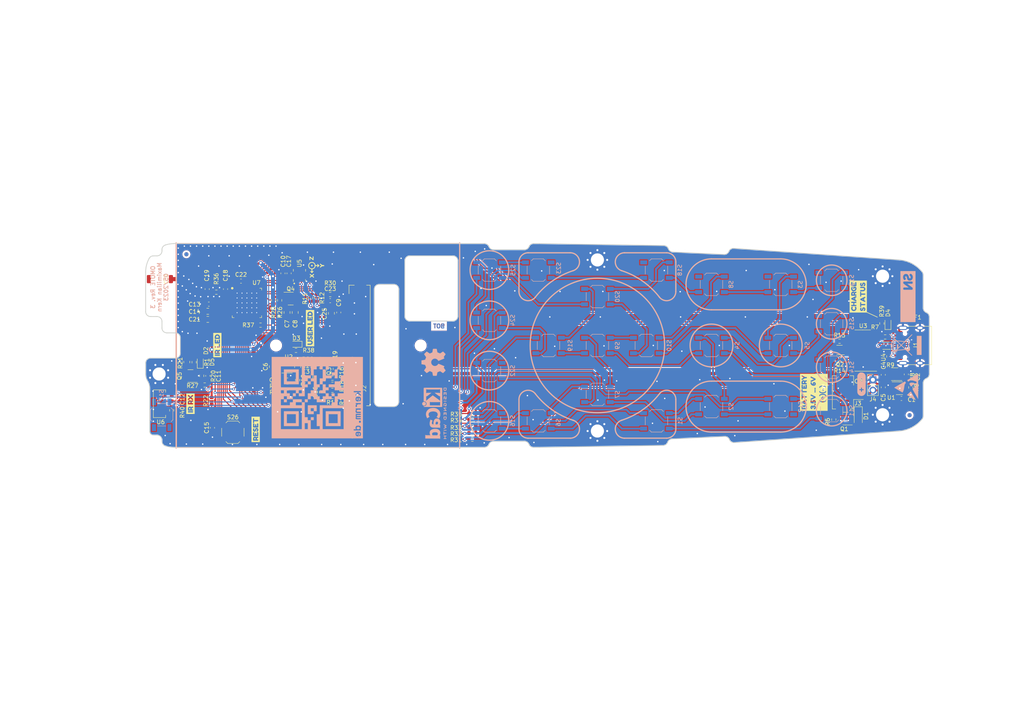
<source format=kicad_pcb>
(kicad_pcb (version 20221018) (generator pcbnew)
  (title_block (title "OMOTE - Open Universal Remote") (date "2023-05-12") (rev "3") (company "Maximilian Kern"))
  (layers (0 "F.Cu" signal) (31 "B.Cu" signal) (34 "B.Paste" user) (35 "F.Paste" user) (36 "B.SilkS" user "B.Silkscreen") (37 "F.SilkS" user "F.Silkscreen") (38 "B.Mask" user) (39 "F.Mask" user) (44 "Edge.Cuts" user))
  (net 0 "")
  (net 1 "+3.3V")
  (net 2 "RTS")
  (net 3 "Net-(AE1-A)")
  (net 4 "DTR")
  (net 5 "CRG_STAT")
  (net 6 "ADC_BAT")
  (net 7 "IO0")
  (net 8 "/LCD_NRST")
  (net 9 "Net-(U3-V3)")
  (net 10 "LCD_EN")
  (net 11 "Net-(Q3-D)")
  (net 12 "Net-(U7-LNA_IN)")
  (net 13 "Net-(D1-K)")
  (net 14 "Net-(D2-A)")
  (net 15 "Net-(D3-A)")
  (net 16 "Net-(D3-K)")
  (net 17 "Net-(D4-K)")
  (net 18 "Net-(J1-CC2)")
  (net 19 "Net-(J1-CC1)")
  (net 24 "SW_B")
  (net 25 "SW_A")
  (net 26 "SW_D")
  (net 27 "SW_C")
  (net 28 "SW_2")
  (net 29 "SW_1")
  (net 30 "SW_E")
  (net 31 "LCD_SCK")
  (net 32 "LCD_MOSI")
  (net 33 "LCD_CS")
  (net 34 "IR_LED")
  (net 35 "SDA")
  (net 36 "LCD_BL")
  (net 37 "LCD_DC")
  (net 38 "SCL")
  (net 39 "IR_RX")
  (net 40 "SW_5")
  (net 41 "USB_RXD")
  (net 42 "USB_TXD")
  (net 43 "SW_4")
  (net 44 "SW_3")
  (net 45 "VBUS")
  (net 46 "Net-(Q2B-B2)")
  (net 47 "+VSW")
  (net 48 "GND")
  (net 49 "/LEDA#1")
  (net 50 "/LEDA#2")
  (net 51 "/LEDA#3")
  (net 52 "/LEDA#4")
  (net 53 "+BATT")
  (net 54 "Net-(Q2A-B1)")
  (net 55 "ESP_EN")
  (net 56 "Net-(Q3-G)")
  (net 57 "Net-(Q4-G)")
  (net 58 "Net-(Q5-D)")
  (net 59 "Net-(Q5-G)")
  (net 60 "Net-(U1-PROG)")
  (net 61 "/TP_NRST")
  (net 62 "ACC_INT")
  (net 63 "Net-(U6-OUT)")
  (net 79 "/VUSB_RAW")
  (net 80 "/D+_1")
  (net 81 "/D-_1")
  (net 82 "/D+_2")
  (net 83 "/D-_2")
  (net 87 "IR_VCC")
  (net 90 "Net-(U2-CE)")
  (net 91 "Net-(D5-A)")
  (footprint "kibuzzard-643EE5A3" (layer "F.Cu") (at 63 116.3 90)
    (fp_text reference "kibuzzard-643EE5A3" hide)
    (fp_text value "G***" hide)
  )
  (footprint "mkern:LED_5mm_Side_Mount" (layer "F.Cu") (at 59.676677 102 90)
    (fp_text reference "D2")
    (fp_text value "SFH4346")
  )
  (footprint "Diode_SMD:D_SOD-123" (layer "F.Cu") (at 226.9 119.3 -90)
    (fp_text reference "D1")
    (fp_text value "MBR0520")
  )
  (footprint "Resistor_SMD:R_0603_1608Metric" (layer "F.Cu") (at 222.400146 105.254952 180)
    (fp_text reference "R14")
    (fp_text value "10k")
  )
  (footprint "mkern:JST_PH_B2B-PH-SM4-TB_1x02-1MP_P2.00mm_Vertical" (layer "F.Cu") (at 224.9 113.5 90)
    (fp_text reference "J3")
    (fp_text value "JST_PH_B2B-PH")
  )
  (footprint "Resistor_SMD:R_0603_1608Metric" (layer "F.Cu") (at 97.837763 110.008033 180)
    (fp_text reference "R16")
    (fp_text value "10")
  )
  (footprint "Capacitor_SMD:C_0603_1608Metric" (layer "F.Cu") (at 227.5 109.2)
    (fp_text reference "C24")
    (fp_text value "100nF")
  )
  (footprint "Resistor_SMD:R_0603_1608Metric" (layer "F.Cu") (at 94.8 107 180)
    (fp_text reference "R25")
    (fp_text value "4k7")
  )
  (footprint "Package_TO_SOT_SMD:SOT-23-5" (layer "F.Cu") (at 235.8375 109.05 180)
    (fp_text reference "U8")
    (fp_text value "AP2112K-3.3")
  )
  (footprint "Capacitor_SMD:C_0805_2012Metric" (layer "F.Cu") (at 88.7 93.9 90)
    (fp_text reference "C8")
    (fp_text value "10uF")
  )
  (footprint "Capacitor_SMD:C_0805_2012Metric" (layer "F.Cu") (at 67.25 93.6)
    (fp_text reference "C13")
    (fp_text value "10uF")
  )
  (footprint "Capacitor_SMD:C_0603_1608Metric" (layer "F.Cu") (at 237.5 115)
    (fp_text reference "C1")
    (fp_text value "4.7uF")
  )
  (footprint "Package_TO_SOT_SMD:SOT-23" (layer "F.Cu") (at 63 109.5 180)
    (fp_text reference "Q5")
    (fp_text value "DMG2301L")
  )
  (footprint "Package_TO_SOT_SMD:SOT-23-5" (layer "F.Cu") (at 86.2 107.2 180)
    (fp_text reference "U2")
    (fp_text value "XC6220B331")
  )
  (footprint "Package_TO_SOT_SMD:SOT-23" (layer "F.Cu") (at 223.78125 119.95 180)
    (fp_text reference "Q1")
    (fp_text value "DMG2301L")
  )
  (footprint "Capacitor_SMD:C_0603_1608Metric" (layer "F.Cu") (at 97.3 91)
    (fp_text reference "C23")
    (fp_text value "100nF")
  )
  (footprint "mkern:QFN-48-1EP_7x7mm_P0.5mm_EP5.3x5.3mm_ThermalVias_MR" (layer "F.Cu") (at 76.85 91.55)
    (fp_text reference "U7")
    (fp_text value "ESP32-PICO-D4")
  )
  (footprint "mkern:XDCR_LIS3DHTR" (layer "F.Cu") (at 89.75 84.786992 90)
    (fp_text reference "U5")
    (fp_text value "LIS3DHTR")
  )
  (footprint "Resistor_SMD:R_0603_1608Metric" (layer "F.Cu") (at 65.75625 109.45 90)
    (fp_text reference "R20")
    (fp_text value "10k")
  )
  (footprint "LED_SMD:LED_0603_1608Metric" (layer "F.Cu") (at 88.9 101.7 180)
    (fp_text reference "D3")
    (fp_text value "LED")
  )
  (footprint "Package_TO_SOT_SMD:SOT-23" (layer "F.Cu") (at 87.6 90.5)
    (fp_text reference "Q4")
    (fp_text value "DMG2301L")
  )
  (footprint "Package_TO_SOT_SMD:SOT-363_SC-70-6" (layer "F.Cu") (at 222.300146 103.111992 180)
    (fp_text reference "Q2")
    (fp_text value "MBT3904DW1")
  )
  (footprint "Resistor_SMD:R_0603_1608Metric" (layer "F.Cu") (at 68.2 115.6 90)
    (fp_text reference "R22")
    (fp_text value "10k")
  )
  (footprint "Capacitor_SMD:C_0603_1608Metric" (layer "F.Cu") (at 86.8 110.5)
    (fp_text reference "C20")
    (fp_text value "100nF")
  )
  (footprint "Capacitor_SMD:C_0603_1608Metric" (layer "F.Cu") (at 233.049514 112.28611 -90)
    (fp_text reference "C5")
    (fp_text value "4.7uF")
  )
  (footprint "Fiducial:Fiducial_1mm_Mask2mm" (layer "F.Cu") (at 239.500146 119.111992)
    (fp_text reference "FID3" hide)
    (fp_text value "Fiducial")
  )
  (footprint "kibuzzard-643EE5B9" (layer "F.Cu") (at 79 122.6 90)
    (fp_text reference "kibuzzard-643EE5B9" hide)
    (fp_text value "G***" hide)
  )
  (footprint "Resistor_SMD:R_0603_1608Metric" (layer "F.Cu") (at 97.837763 114.508033 180)
    (fp_text reference "R17")
    (fp_text value "10")
  )
  (footprint "Resistor_SMD:R_0603_1608Metric" (layer "F.Cu") (at 94 90.3 90)
    (fp_text reference "R12")
    (fp_text value "10k")
  )
  (footprint "Capacitor_SMD:C_0805_2012Metric" (layer "F.Cu") (at 97.6 94.1 -90)
    (fp_text reference "C25")
    (fp_text value "10uF")
  )
  (footprint "Resistor_SMD:R_0603_1608Metric" (layer "F.Cu") (at 58.4 117.9 90)
    (fp_text reference "R40")
    (fp_text value "2k2")
  )
  (footprint "MountingHole:MountingHole_3.2mm_M3_Pad_Via" (layer "F.Cu") (at 232.876677 85)
    (fp_text reference "H2" hide)
    (fp_text value "MountingHole")
  )
  (footprint "kibuzzard-643EE600" (layer "F.Cu") (at 226.9 90 90)
    (fp_text reference "kibuzzard-643EE600" hide)
    (fp_text value "G***" hide)
  )
  (footprint "Capacitor_SMD:C_0603_1608Metric" (layer "F.Cu") (at 75.4 86.2 180)
    (fp_text reference "C22")
    (fp_text value "100nF")
  )
  (footprint "Capacitor_SMD:C_0603_1608Metric" (layer "F.Cu") (at 238.7 109.1 90)
    (fp_text reference "C2")
    (fp_text value "1uF")
  )
  (footprint "Fuse:Fuse_1206_3216Metric_Pad1.42x1.75mm_HandSolder" (layer "F.Cu") (at 238 95.1)
    (fp_text reference "F1")
    (fp_text value "500mA")
  )
  (footprint "Resistor_SMD:R_0603_1608Metric" (layer "F.Cu") (at 86.8 113.5 180)
    (fp_text reference "R24")
    (fp_text value "300k")
  )
  (footprint "LED_SMD:LED_0603_1608Metric" (layer "F.Cu") (at 65.4 106.1 90)
    (fp_text reference "D5")
    (fp_text value "LED")
  )
  (footprint "Resistor_SMD:R_0603_1608Metric" (layer "F.Cu") (at 86.8 112)
    (fp_text reference "R23")
    (fp_text value "300k")
  )
  (footprint "Capacitor_SMD:C_0603_1608Metric" (layer "F.Cu") (at 67.25625 109.45 -90)
    (fp_text reference "C11")
    (fp_text value "2.2uF")
  )
  (footprint "LOGO" (layer "F.Cu") (at 63 123.5 90)
    (fp_text reference "G***" hide)
    (fp_text value "LOGO" hide)
  )
  (footprint "mkern:TFT_2.83IN_240X320_50PIN" (layer "F.Cu") (at 91.622852 102 90)
    (fp_text reference "J2")
    (fp_text value "Conn_01x50")
    (fp_line (start -15.00519 21.302074) (end -15.002074 17.69481) (stroke (width 0.2)) (layer "Edge.Cuts"))
    (fp_line (start -13.80519 22.502074) (end 13.802074 22.50519) (stroke (width 0.2)) (layer "Edge.Cuts"))
    (fp_line (start -13.802074 16.49481) (end 13.80519 16.497926) (stroke (width 0.2)) (layer "Edge.Cuts"))
    (fp_line (start 5.997926 25.19481) (end 5.99481 35.802074) (stroke (width 0.2)) (layer "Edge.Cuts"))
    (fp_line (start 15.002074 21.30519) (end 15.00519 17.697926) (stroke (width 0.2)) (layer "Edge.Cuts"))
    (fp_line (start 20.802074 37.00519) (end 7.19481 37.002074) (stroke (width 0.2)) (layer "Edge.Cuts"))
    (fp_line (start 20.80519 23.997926) (end 7.197926 23.99481) (stroke (width 0.2)) (layer "Edge.Cuts"))
    (fp_line (start 22.00519 25.197926) (end 22.002074 35.80519) (stroke (width 0.2)) (layer "Edge.Cuts"))
    (fp_arc (start -15.002074 17.69481) (mid -14.650602 16.846282) (end -13.802074 16.49481) (stroke (width 0.2)) (layer "Edge.Cuts"))
    (fp_arc (start -13.80519 22.502074) (mid -14.653718 22.150602) (end -15.00519 21.302074) (stroke (width 0.2)) (layer "Edge.Cuts"))
    (fp_arc (start 5.997926 25.19481) (mid 6.349398 24.346284) (end 7.197926 23.99481) (stroke (width 0.2)) (layer "Edge.Cuts"))
    (fp_arc (start 7.19481 37.002074) (mid 6.346285 36.650604) (end 5.99481 35.802074) (stroke (width 0.2)) (layer "Edge.Cuts"))
    (fp_arc (start 13.80519 16.497926) (mid 14.653715 16.849396) (end 15.00519 17.697926) (stroke (width 0.2)) (layer "Edge.Cuts"))
    (fp_arc (start 15.002074 21.30519) (mid 14.650604 22.153715) (end 13.802074 22.50519) (stroke (width 0.2)) (layer "Edge.Cuts"))
    (fp_arc (start 20.80519 23.997926) (mid 21.653715 24.349396) (end 22.00519 25.197926) (stroke (width 0.2)) (layer "Edge.Cuts"))
    (fp_arc (start 22.002074 35.80519) (mid 21.650604 36.653715) (end 20.802074 37.00519) (stroke (width 0.2)) (layer "Edge.Cuts"))
  )
  (footprint "Package_TO_SOT_SMD:SOT-23-5" (layer "F.Cu") (at 237 112.5)
    (fp_text reference "U1")
    (fp_text value "MCP73831-2-OT")
  )
  (footprint "Package_SO:SOIC-16_3.9x9.9mm_P1.27mm" (layer "F.Cu") (at 228 103.25 180)
    (fp_text reference "U3")
    (fp_text value "CH340C")
  )
  (footprint "mkern:Heimdall vertical" (layer "F.Cu") (at 55.4 116.3 90)
    (fp_text reference "U6")
    (fp_text value "TSSP77038")
  )
  (footprint "Resistor_SMD:R_0603_1608Metric" (layer "F.Cu") (at 132.175 122)
    (fp_text reference "R33")
    (fp_text value "10k")
  )
  (footprint "Resistor_SMD:R_0603_1608Metric" (layer "F.Cu") (at 232.7 96.6 -90)
    (fp_text reference "R39")
    (fp_text value "2k2")
  )
  (footprint "Capacitor_SMD:C_0603_1608Metric" (layer "F.Cu") (at 71.6 88.161493 -90)
    (fp_text reference "C18")
    (fp_text value "1.2pF")
  )
  (footprint "Capacitor_SMD:C_0805_2012Metric" (layer "F.Cu") (at 95.35 113.45 90)
    (fp_text reference "C16")
    (fp_text value "10uF")
  )
  (footprint "Resistor_SMD:R_0603_1608Metric" (layer "F.Cu") (at 97.837763 113.008033 180)
    (fp_text reference "R15")
    (fp_text value "10")
  )
  (footprint "Fiducial:Fiducial_1mm_Mask2mm" (layer "F.Cu") (at 62.000146 79.611992)
    (fp_text reference "FID4" hide)
    (fp_text value "Fiducial")
  )
  (footprint "LED_SMD:LED_0603_1608Metric" (layer "F.Cu") (at 234.2 96.6 90)
    (fp_text reference "D4")
    (fp_text value "LED")
  )
  (footprint "Capacitor_SMD:C_0603_1608Metric" (layer "F.Cu") (at 233.043 109.195114 90)
    (fp_text reference "C4")
    (fp_text value "1uF")
  )
  (footprint "Resistor_SMD:R_0603_1608Metric" (layer "F.Cu") (at 97.837763 111.508033 180)
    (fp_text reference "R18")
    (fp_text value "10")
  )
  (footprint "Resistor_SMD:R_0603_1608Metric" (layer "F.Cu") (at 220.9 120.2 -90)
    (fp_text reference "R6")
    (fp_text value "10k")
  )
  (footprint "Capacitor_SMD:C_0603_1608Metric" (layer "F.Cu") (at 85.7 84.3 90)
    (fp_text reference "C10")
    (fp_text value "100nF")
  )
  (footprint "Resistor_SMD:R_0603_1608Metric" (layer "F.Cu") (at 66.49375 111.7)
    (fp_text reference "R27")
    (fp_text value "330")
  )
  (footprint "Resistor_SMD:R_0603_1608Metric" (layer "F.Cu") (at 80.2 97)
    (fp_text reference "R37")
    (fp_text value "10k")
  )
  (footprint "Resistor_SMD:R_0603_1608Metric" (layer "F.Cu") (at 69.35 88.911809)
    (fp_text reference "R36")
    (fp_text value "0")
  )
  (footprint "MountingHole:MountingHole_2.5mm" (layer "F.Cu") (at 84 102)
    (fp_text reference "H7" hide)
    (fp_text value "MountingHole")
  )
  (footprint "Resistor_SMD:R_0603_1608Metric" (layer "F.Cu") (at 94.8 105.4 180)
    (fp_text reference "R29")
    (fp_text value "330")
  )
  (footprint "Capacitor_SMD:C_0805_2012Metric" (layer "F.Cu") (at 86.7 93.9 90)
    (fp_text reference "C7")
    (fp_text value "10uF")
  )
  (footprint "Resistor_SMD:R_0603_1608Metric" (layer "F.Cu") (at 84.9 90.925 -90)
    (fp_text reference "R26")
    (fp_text value "10k")
  )
  (footprint "kibuzzard-643EE46C" (layer "F.Cu") (at 92.35 97.75 90)
    (fp_text reference "kibuzzard-643EE46C" hide)
    (fp_text value "G***" hide)
  )
  (footprint "Capacitor_SMD:C_0603_1608Metric" (layer "F.Cu") (at 67.1 88.161493 -90)
    (fp_text reference "C19")
    (fp_text value "1.2pF")
  )
  (footprint "Package_TO_SOT_SMD:SOT-666" (layer "F.Cu") (at 233.7 102.05 180)
    (fp_text reference "U4")
    (fp_text value "USBLC6-2P6")
  )
  (footprint "Capacitor_SMD:C_0603_1608Metric" (layer "F.Cu") (at 67.5 91.85 180)
    (fp_text reference "C14")
    (fp_text value "100nF")
  )
  (footprint "MountingHole:MountingHole_3.2mm_M3_Pad_Via" (layer "F.Cu") (at 162.876677 123)
    (fp_text reference "H5" hide)
    (fp_text value "MountingHole")
  )
  (footprint "MountingHole:MountingHole_3.2mm_M3_Pad_Via" (layer "F.Cu") (at 55.300146 109 22.5)
    (fp_text reference "H4" hide)
    (fp_text value "MountingHole")
  )
  (footprint "kibuzzard-643EE8B3" (layer "F.Cu") (at 216 113.5 90)
    (fp_text reference "kibuzzard-643EE8B3" hide)
    (fp_text value "G***" hide)
  )
  (footprint "Capacitor_SMD:C_0805_2012Metric" (layer "F.Cu") (at 89.3 107.2 -90)
    (fp_text reference "C3")
    (fp_text value "10uF")
  )
  (footprint "Capacitor_SMD:C_0603_1608Metric" (layer "F.Cu") (at 87.2 84.3 90)
    (fp_text reference "C17")
    (fp_text value "100nF")
  )
  (footprint "Connector_PinHeader_2.54mm:PinHeader_1x02_P2.54mm_Vertical" (layer "F.Cu") (at 230.5 110.425)
    (fp_text reference "J4")
    (fp_text value "2.54x2 Header")
  )
  (footprint "Capacitor_SMD:C_0805_2012Metric" (layer "F.Cu") (at 83.1 107.2 90)
    (fp_text reference "C6")
    (fp_text value "10uF")
  )
  (footprint "Resistor_SMD:R_0603_1608Metric" (layer "F.Cu") (at 132.175 123.5)
    (fp_text reference "R32")
    (fp_text value "10k")
  )
  (footprint "Resistor_SMD:R_0603_1608Metric" (layer "F.Cu") (at 132.175 125)
    (fp_text reference "R31")
    (fp_text value "10k")
  )
  (footprint "kibuzzard-643EE532" (layer "F.Cu") (at 69.6 101.9 90)
    (fp_text reference "kibuzzard-643EE532" hide)
    (fp_text value "G***" hide)
  )
  (footprint "Resistor_SMD:R_0603_1608Metric" (layer "F.Cu") (at 98.537763 107.75 90)
    (fp_text reference "R19")
    (fp_text value "10k")
  )
  (footprint "Resistor_SMD:R_0603_1608Metric" (layer "F.Cu") (at 132.2 120.2)
    (fp_text reference "R34")
    (fp_text value "10k")
  )
  (footprint "Resistor_SMD:R_0603_1608Metric" (layer "F.Cu") (at 239.8 112.3 90)
    (fp_text reference "R8")
    (fp_text value "3k")
  )
  (footprint "Resistor_SMD:R_0603_1608Metric" (layer "F.Cu") (at 83.4375 90.925 -90)
    (fp_text reference "R28")
    (fp_text value "330")
  )
  (footprint "Resistor_SMD:R_0603_1608Metric" (layer "F.Cu") (at 63.9 106.1 -90)
    (fp_text reference "R1")
    (fp_text value "2k2")
  )
  (footprint "Resistor_SMD:R_0603_1608Metric" (layer "F.Cu") (at 132.2 118.7)
    (fp_text reference "R35")
    (fp_text value "10k")
  )
  (footprint "mkern:RFANT5220110A2T" (layer "F.Cu") (at 55.500146 85.711992)
    (fp_text reference "AE1" hide)
    (fp_text value "Antenna")
  )
  (footprint "Resistor_SMD:R_0603_1608Metric" (layer "F.Cu") (at 89.3 110.5 -90)
    (fp_text reference "R10")
    (fp_text value "0")
  )
  (footprint "MountingHole:MountingHole_3.2mm_M3_Pad_Via" (layer "F.Cu") (at 162.876677 81)
    (fp_text reference "H1" hide)
    (fp_text value "MountingHole")
  )
  (footprint "Resistor_SMD:R_0603_1608Metric" (layer "F.Cu") (at 92.5 90.3 90)
    (fp_text reference "R11")
    (fp_text value "10k")
  )
  (footprint "Capacitor_SMD:C_0603_1608Metric" (layer "F.Cu") (at 58.4 114.9 90)
    (fp_text reference "C12")
    (fp_text value "100nF")
  )
  (footprint "Resistor_SMD:R_0603_1608Metric" (layer "F.Cu") (at 234.4 104.7 90)
    (fp_text reference "R9")
    (fp_text value "5.1k")
  )
  (footprint "Capacitor_SMD:C_0603_1608Metric" (layer "F.Cu") (at 68.4 122.2 90)
    (fp_text reference "C15")
    (fp_text value "100nF")
  )
  (footprint "Capacitor_SMD:C_0603_1608Metric" (layer "F.Cu") (at 99.4 93.9 90)
    (fp_text reference "C9")
    (fp_text value "100nF")
  )
  (footprint "Button_Switch_SMD:SW_SPST_TL3342" (layer "F.Cu") (at 73.4 123.3 180)
    (fp_text reference "S26")
    (fp_text value "TL3342F160QG")
  )
  (footprint "Resistor_SMD:R_0603_1608Metric" (layer "F.Cu") (at 222.310276 100.94946)
    (fp_text reference "R13")
    (fp_text value "10k")
  )
  (footprint "Resistor_SMD:R_0805_2012Metric" (layer "F.Cu") (at 62.1 106.0625 90)
    (fp_text reference "R21")
    (fp_text value "3R3")
  )
  (footprint "mkern:USB_C_Receptacle_HRO_TYPE-C-31-M-12" (layer "F.Cu") (at 241 102 90)
    (fp_text reference "J1")
    (fp_text value "USB_C_Receptacle_USB2.0")
  )
  (footprint "Resistor_SMD:R_0603_1608Metric" (layer "F.Cu") (at 97.3 89.5)
    (fp_text reference "R30")
    (fp_text value "10k")
  )
  (footprint "MountingHole:MountingHole_3.2mm_M3_Pad_Via" (layer "F.Cu") (at 232.876677 119)
    (fp_text reference "H3" hide)
    (fp_text value "MountingHole")
  )
  (footprint "MountingHole:MountingHole_2.5mm" (layer "F.Cu") (at 119.5 102)
    (fp_text reference "H6" hide)
    (fp_text value "MountingHole")
  )
  (footprint "Resistor_SMD:R_0603_1608Metric" (layer "F.Cu") (at 88.9 103.2)
    (fp_text reference "R38")
    (fp_text value "2k2")
  )
  (footprint "Capacitor_SMD:C_0805_2012Metric" (layer "F.Cu") (at 67.25 95.6)
    (fp_text reference "C21")
    (fp_text value "10uF")
  )
  (footprint "Package_TO_SOT_SMD:SOT-23" (layer "F.Cu") (at 94.6 109.8 -90)
    (fp_text reference "Q3")
    (fp_text value "DMG2301L")
  )
  (footprint "Resistor_SMD:R_0603_1608Metric" (layer "F.Cu") (at 233.5 99.9)
    (fp_text reference "R7")
    (fp_text value "5.1k")
  )
  (footprint "Button_Switch_SMD:SW_SPST_TL3342" (layer "B.Cu") (at 136.376677 95.833333)
    (fp_text reference "S24")
    (fp_text value "TL3342F160QG")
  )
  (footprint "Button_Switch_SMD:SW_SPST_TL3342" (layer "B.Cu") (at 55.93694 119.005171 -90)
    (fp_text reference "S17")
    (fp_text value "TL3342F160QG")
  )
  (footprint "Button_Switch_SMD:SW_SPST_TL3342" (layer "B.Cu") (at 207.876677 87)
    (fp_text reference "S3")
    (fp_text value "TL3342F160QG")
  )
  (footprint "Button_Switch_SMD:SW_SPST_TL3342" (layer "B.Cu") (at 148.376677 120.5)
    (fp_text reference "S6")
    (fp_text value "TL3342F160QG")
  )
  (footprint "Button_Switch_SMD:SW_SPST_TL3342" (layer "B.Cu") (at 190.876677 117)
    (fp_text reference "S2")
    (fp_text value "TL3342F160QG")
  )
  (footprint "Button_Switch_SMD:SW_SPST_TL3342" (layer "B.Cu") (at 136.376677 83.5)
    (fp_text reference "S25")
    (fp_text value "TL3342F160QG")
  )
  (footprint "kibuzzard-644014FA" (layer "B.Cu") (at 239.1 90 -90)
    (fp_text reference "kibuzzard-644014FA" hide)
    (fp_text value "G***" hide)
  )
  (footprint "Button_Switch_SMD:SW_SPST_TL3342" (layer "B.Cu") (at 207.876677 102)
    (fp_text reference "S5")
    (fp_text value "TL3342F160QG")
  )
  (footprint "kibuzzard-63D97EAF" (layer "B.Cu") (at 227.7 111.5 90)
    (fp_text reference "kibuzzard-63D97EAF" hide)
    (fp_text value "G***" hide)
  )
  (footprint "Fiducial:Fiducial_1mm_Mask2mm" (layer "B.Cu") (at 239.500146 119.111992 180)
    (fp_text reference "FID1" hide)
    (fp_text value "Fiducial")
  )
  (footprint "Button_Switch_SMD:SW_SPST_TL3342" (layer "B.Cu") (at 207.876677 117)
    (fp_text reference "S12")
    (fp_text value "TL3342F160QG")
  )
  (footprint "Button_Switch_SMD:SW_SPST_TL3342" (layer "B.Cu") (at 190.876677 102)
    (fp_text reference "S4")
    (fp_text value "TL3342F160QG")
  )
  (footprint "Button_Switch_SMD:SW_SPST_TL3342" (layer "B.Cu") (at 220.376677 96.666667)
    (fp_text reference "S15")
    (fp_text value "TL3342F160QG")
  )
  (footprint "Button_Switch_SMD:SW_SPST_TL3342" (layer "B.Cu") (at 162.876677 114)
    (fp_text reference "S7")
    (fp_text value "TL3342F160QG")
  )
  (footprint "Button_Switch_SMD:SW_SPST_TL3342" (layer "B.Cu") (at 148.376677 83.5)
    (fp_text reference "S23")
    (fp_text value "TL3342F160QG")
  )
  (footprint "Button_Switch_SMD:SW_SPST_TL3342" (layer "B.Cu") (at 136.376677 108.166667)
    (fp_text reference "S22")
    (fp_text value "TL3342F160QG")
  )
  (footprint "Symbol:OSHW-Symbol_6.7x6mm_SilkScreen" (layer "B.Cu") (at 122.675 106.125 -90)
    (fp_text reference "REF**" hide)
    (fp_text value "OSHW-Symbol_6.7x6mm_SilkScreen" hide)
  )
  (footprint "Fiducial:Fiducial_1mm_Mask2mm" (layer "B.Cu") (at 62.000146 79.611992 180)
    (fp_text reference "FID2" hide)
    (fp_text value "Fiducial")
  )
  (footprint "Symbol:KiCad-Logo2_5mm_SilkScreen" (layer "B.Cu") (at 122.85 118.65 -90)
    (fp_text reference "REF**" hide)
    (fp_text value "KiCad-Logo2_5mm_SilkScreen" hide)
  )
  (footprint "Symbol:WEEE-Logo_5.6x8mm_SilkScreen" (layer "B.Cu") (at 238.425 102 -90)
    (fp_text reference "REF**" hide)
    (fp_text value "WEEE-Logo_5.6x8mm_SilkScreen" hide)
  )
  (footprint "Button_Switch_SMD:SW_SPST_TL3342" (layer "B.Cu") (at 220.376677 107.333333)
    (fp_text reference "S14")
    (fp_text value "TL3342F160QG")
  )
  (footprint "Button_Switch_SMD:SW_SPST_TL3342" (layer "B.Cu") (at 190.876677 87)
    (fp_text reference "S8")
    (fp_text value "TL3342F160QG")
  )
  (footprint "Symbol:ESD-Logo_6.6x6mm_SilkScreen" (layer "B.Cu") (at 238.65 112.2 -90)
    (fp_text reference "REF**" hide)
    (fp_text value "ESD-Logo_6.6x6mm_SilkScreen" hide)
  )
  (footprint "Button_Switch_SMD:SW_SPST_TL3342" (layer "B.Cu") (at 150.876677 102)
    (fp_text reference "S19")
    (fp_text value "TL3342F160QG")
  )
  (footprint "Button_Switch_SMD:SW_SPST_TL3342" (layer "B.Cu") (at 162.876677 90)
    (fp_text reference "S20")
    (fp_text value "TL3342F160QG")
  )
  (footprint "Button_Switch_SMD:SW_SPST_TL3342" (layer "B.Cu") (at 177.376677 83.5)
    (fp_text reference "S18")
    (fp_text value "TL3342F160QG")
  )
  (footprint "Button_Switch_SMD:SW_SPST_TL3342" (layer "B.Cu") (at 220.376677 118)
    (fp_text reference "S11")
    (fp_text value "TL3342F160QG")
  )
  (footprint "Button_Switch_SMD:SW_SPST_TL3342" (layer "B.Cu") (at 162.876677 102)
    (fp_text reference "S9")
    (fp_text value "TL3342F160QG")
  )
  (footprint "kibuzzard-643EE23D" (layer "B.Cu") (at 103.95 114.8 -90)
    (fp_text reference "kibuzzard-643EE23D" hide)
    (fp_text value "G***" hide)
  )
  (footprint "Button_Switch_SMD:SW_SPST_TL3342" (layer "B.Cu") (at 174.876677 102)
    (fp_text reference "S10")
    (fp_text value "TL3342F160QG")
  )
  (footprint "Button_Switch_SMD:SW_SPST_TL3342" (layer "B.Cu") (at 136.376677 120.5)
    (fp_text reference "S16")
    (fp_text value "TL3342F160QG")
  )
  (footprint "Button_Switch_SMD:SW_SPST_TL3342" (layer "B.Cu") (at 177.376677 120.5)
    (fp_text reference "S1")
    (fp_text value "TL3342F160QG")
  )
  (footprint "Button_Switch_SMD:SW_SPST_TL3342" (layer "B.Cu") (at 220.376677 86)
    (fp_text reference "S13")
    (fp_text value "TL3342F160QG")
  )
  (footprint "LOGO" (layer "B.Cu") (at 92.925 114.8)
    (fp_text reference "G***" hide)
    (fp_text value "LOGO" hide)
  )
  (gr_line (start 169.521408 79.249994) (end 179.876673 79.249994) (stroke (width 0.3)) (layer "B.SilkS"))
  (gr_circle (center 136.376673 95.833327) (end 136.376673 100.583327) (stroke (width 0.3)) (fill none) (layer "B.SilkS"))
  (gr_circle (center 207.876673 101.999994) (end 207.876673 107.249994) (stroke (width 0.3)) (fill none) (layer "B.SilkS"))
  (gr_arc (start 169.521408 124.749994) (mid 167.298979 122.851181) (end 168.827642 120.359623) (stroke (width 0.3)) (layer "B.SilkS"))
  (gr_circle (center 136.376673 108.166661) (end 136.376673 112.916661) (stroke (width 0.3)) (fill none) (layer "B.SilkS"))
  (gr_line (start 143.626673 88.756033) (end 143.626673 81.499994) (stroke (width 0.3)) (layer "B.SilkS"))
  (gr_arc (start 190.876673 93.249994) (mid 184.626673 86.999994) (end 190.876673 80.749994) (stroke (width 0.3)) (layer "B.SilkS"))
  (gr_arc (start 145.876673 124.749994) (mid 144.285683 124.090984) (end 143.626673 122.499994) (stroke (width 0.3)) (layer "B.SilkS"))
  (gr_line (start 59.476673 127.199994) (end 59.476673 76.799994) (stroke (width 0.3)) (layer "B.SilkS"))
  (gr_circle (center 162.876673 101.999994) (end 162.876673 118.499994) (stroke (width 0.3)) (fill none) (layer "B.SilkS"))
  (gr_line (start 129.076673 76.799994) (end 129.076673 127.199994) (stroke (width 0.3)) (layer "B.SilkS"))
  (gr_arc (start 178.101731 113.861175) (mid 180.607727 113.116031) (end 182.126673 115.243955) (stroke (width 0.3)) (layer "B.SilkS"))
  (gr_line (start 179.876673 124.749994) (end 169.521408 124.749994) (stroke (width 0.3)) (layer "B.SilkS"))
  (gr_arc (start 179.876673 79.249994) (mid 181.467663 79.909004) (end 182.126673 81.499994) (stroke (width 0.3)) (layer "B.SilkS"))
  (gr_arc (start 207.876673 80.749994) (mid 214.126673 86.999994) (end 207.876673 93.249994) (stroke (width 0.3)) (layer "B.SilkS"))
  (gr_arc (start 147.651615 90.138813) (mid 151.801318 86.194093) (end 156.925704 83.640365) (stroke (width 0.3)) (layer "B.SilkS"))
  (gr_arc (start 190.876673 123.249994) (mid 184.626673 116.999994) (end 190.876673 110.749994) (stroke (width 0.3)) (layer "B.SilkS"))
  (gr_arc (start 182.126673 88.756033) (mid 180.607727 90.883957) (end 178.101731 90.138813) (stroke (width 0.3)) (layer "B.SilkS"))
  (gr_line (start 190.876673 123.249994) (end 207.876673 123.249994) (stroke (width 0.3)) (layer "B.SilkS"))
  (gr_arc (start 156.925704 120.359623) (mid 151.801318 117.805895) (end 147.651615 113.861175) (stroke (width 0.3)) (layer "B.SilkS"))
  (gr_circle (center 220.376673 107.333327) (end 220.376673 111.083327) (stroke (width 0.3)) (fill none) (layer "B.SilkS"))
  (gr_line (start 190.876673 80.749994) (end 207.876673 80.749994) (stroke (width 0.3)) (layer "B.SilkS"))
  (gr_circle (center 220.376673 96.666661) (end 220.376673 100.416661) (stroke (width 0.3)) (fill none) (layer "B.SilkS"))
  (gr_circle (center 220.376673 85.999994) (end 220.376673 89.749994) (stroke (width 0.3)) (fill none) (layer "B.SilkS"))
  (gr_line (start 207.876673 93.249994) (end 190.876673 93.249994) (stroke (width 0.3)) (layer "B.SilkS"))
  (gr_arc (start 143.626673 81.499994) (mid 144.285683 79.909004) (end 145.876673 79.249994) (stroke (width 0.3)) (layer "B.SilkS"))
  (gr_arc (start 168.827642 83.640365) (mid 167.298984 81.148807) (end 169.521408 79.249994) (stroke (width 0.3)) (layer "B.SilkS"))
  (gr_line (start 143.626673 122.499994) (end 143.626673 115.243955) (stroke (width 0.3)) (layer "B.SilkS"))
  (gr_arc (start 147.651615 90.138813) (mid 145.145619 90.883957) (end 143.626673 88.756033) (stroke (width 0.3)) (layer "B.SilkS"))
  (gr_circle (center 136.376673 120.499994) (end 136.376673 125.249994) (stroke (width 0.3)) (fill none) (layer "B.SilkS"))
  (gr_line (start 182.126673 115.243955) (end 182.126673 122.499994) (stroke (width 0.3)) (layer "B.SilkS"))
  (gr_arc (start 182.126673 122.499994) (mid 181.467663 124.090984) (end 179.876673 124.749994) (stroke (width 0.3)) (layer "B.SilkS"))
  (gr_arc (start 207.876673 110.749994) (mid 214.126673 116.999994) (end 207.876673 123.249994) (stroke (width 0.3)) (layer "B.SilkS"))
  (gr_arc (start 178.101731 113.861175) (mid 173.952028 117.805895) (end 168.827642 120.359623) (stroke (width 0.3)) (layer "B.SilkS"))
  (gr_line (start 156.231938 124.749994) (end 145.876673 124.749994) (stroke (width 0.3)) (layer "B.SilkS"))
  (gr_circle (center 220.376673 117.999994) (end 220.376673 121.749994) (stroke (width 0.3)) (fill none) (layer "B.SilkS"))
  (gr_circle (center 136.376673 83.499994) (end 136.376673 88.249994) (stroke (width 0.3)) (fill none) (layer "B.SilkS"))
  (gr_arc (start 143.626673 115.243955) (mid 145.145619 113.11603) (end 147.651615 113.861175) (stroke (width 0.3)) (layer "B.SilkS"))
  (gr_arc (start 168.827642 83.640365) (mid 173.952028 86.194093) (end 178.101731 90.138813) (stroke (width 0.3)) (layer "B.SilkS"))
  (gr_arc (start 156.231938 79.249994) (mid 158.454362 81.148807) (end 156.925704 83.640365) (stroke (width 0.3)) (layer "B.SilkS"))
  (gr_circle (center 190.876673 101.999994) (end 190.876673 107.249994) (stroke (width 0.3)) (fill none) (layer "B.SilkS"))
  (gr_line (start 145.876673 79.249994) (end 156.231938 79.249994) (stroke (width 0.3)) (layer "B.SilkS"))
  (gr_line (start 182.126673 81.499994) (end 182.126673 88.756033) (stroke (width 0.3)) (layer "B.SilkS"))
  (gr_arc (start 156.925704 120.359623) (mid 158.454365 122.851181) (end 156.231938 124.749994) (stroke (width 0.3)) (layer "B.SilkS"))
  (gr_line (start 207.876673 110.749994) (end 190.876673 110.749994) (stroke (width 0.3)) (layer "B.SilkS"))
  (gr_line (start 92.8 83.199998) (end 92.8 84.099998) (stroke (width 0.2)) (layer "F.SilkS"))
  (gr_line (start 92.8 84.099998) (end 93.1 83.799998) (stroke (width 0.2)) (layer "F.SilkS"))
  (gr_line (start 93.6 82.4) (end 94.5 82.4) (stroke (width 0.2)) (layer "F.SilkS"))
  (gr_line (start 92.8 84.099998) (end 92.5 83.799998) (stroke (width 0.2)) (layer "F.SilkS"))
  (gr_line (start 231.6 95.05) (end 229 93.85) (stroke (width 0.15)) (layer "F.SilkS"))
  (gr_circle (center 92.8 82.4) (end 93.6 82.4) (stroke (width 0.2)) (fill none) (layer "F.SilkS"))
  (gr_line (start 94.5 82.4) (end 94.2 82.1) (stroke (width 0.2)) (layer "F.SilkS"))
  (gr_circle (center 92.8 82.4) (end 92.9 82.4) (stroke (width 0.2)) (fill none) (layer "F.SilkS"))
  (gr_line (start 94.5 82.4) (end 94.2 82.7) (stroke (width 0.2)) (layer "F.SilkS"))
  (gr_arc locked (start 56.827732 77.345632) (mid 57.900277 77.086948) (end 59.000146 77) (stroke (width 0.2)) (layer "Edge.Cuts"))
  (gr_arc locked (start 243.603208 93.91243) (mid 243.058221 93.47082) (end 242.853208 92.8) (stroke (width 0.2)) (layer "Edge.Cuts"))
  (gr_arc locked (start 243.603208 93.91243) (mid 244.148195 94.35404) (end 244.353208 95.02486) (stroke (width 0.2)) (layer "Edge.Cuts"))
  (gr_arc locked (start 54.800146 124) (mid 55.648694 124.351461) (end 56.000146 125.2) (stroke (width 0.2)) (layer "Edge.Cuts"))
  (gr_arc locked (start 244.353208 108.97514) (mid 244.148196 109.645961) (end 243.603208 110.08757) (stroke (width 0.2)) (layer "Edge.Cuts"))
  (gr_arc locked (start 180.120485 125.736256) (mid 180.53635 125.177576) (end 181.192474 124.944004) (stroke (width 0.2)) (layer "Edge.Cuts"))
  (gr_arc locked (start 52.000146 106.3) (mid 52.351618 105.451472) (end 53.200146 105.1) (stroke (width 0.2)) (layer "Edge.Cuts"))
  (gr_line locked (start 60.500146 100.1) (end 60.500146 103.9) (stroke (width 0.2)) (layer "Edge.Cuts"))
  (gr_arc locked (start 52.500146 110.746425) (mid 52.127611 109.908295) (end 52.000146 109) (stroke (width 0.2)) (layer "Edge.Cuts"))
  (gr_arc locked (start 53.920776 124) (mid 53.269804 123.730352) (end 53.000146 123.07937) (stroke (width 0.2)) (layer "Edge.Cuts"))
  (gr_arc locked (start 242.588502 120.044789) (mid 240.132901 122.083502) (end 237.075719 123) (stroke (width 0.2)) (layer "Edge.Cuts"))
  (gr_arc locked (start 136.264247 126.25) (mid 135.822638 126.794988) (end 135.151817 127) (stroke (width 0.2)) (layer "Edge.Cuts"))
  (gr_arc locked (start 52.000146 84) (mid 52.221064 82.255282) (end 52.869872 80.62069) (stroke (width 0.2)) (layer "Edge.Cuts"))
  (gr_line locked (start 242.853208 119.292975) (end 242.853208 111.2) (stroke (width 0.2)) (layer "Edge.Cuts"))
  (gr_line locked (start 59.000146 127) (end 135.151817 127) (stroke (width 0.2)) (layer "Edge.Cuts"))
  (gr_arc locked (start 181.375318 79.064707) (mid 180.71855 78.830633) (end 180.30278 78.270927) (stroke (width 0.2)) (layer "Edge.Cuts"))
  (gr_arc locked (start 242.588502 83.955211) (mid 242.785099 84.308498) (end 242.853208 84.707025) (stroke (width 0.2)) (layer "Edge.Cuts"))
  (gr_arc locked (start 56.000146 78.8) (mid 55.648674 79.648528) (end 54.800146 80) (stroke (width 0.2)) (layer "Edge.Cuts"))
  (gr_arc locked (start 179.210574 77.476372) (mid 179.879075 77.705399) (end 180.30278 78.270927) (stroke (width 0.2)) (layer "Edge.Cuts"))
  (gr_line locked (start 56.000146 125.2) (end 56.000146 125.51362) (stroke (width 0.2)) (layer "Edge.Cuts"))
  (gr_line locked (start 242.853208 92.8) (end 242.853208 84.707025) (stroke (width 0.2)) (layer "Edge.Cuts"))
  (gr_line locked (start 52.000146 84) (end 52.000146 93.7) (stroke (width 0.2)) (layer "Edge.Cuts"))
  (gr_arc locked (start 56.000146 78.48638) (mid 56.228833 77.781716) (end 56.827732 77.345632) (stroke (width 0.2)) (layer "Edge.Cuts"))
  (gr_arc locked (start 54.800146 94.9) (mid 55.648674 95.251472) (end 56.000146 96.1) (stroke (width 0.2)) (layer "Edge.Cuts"))
  (gr_line locked (start 54.800146 80) (end 53.920776 80) (stroke (width 0.2)) (layer "Edge.Cuts"))
  (gr_line locked (start 53.000146 112.49285) (end 53.000146 123.07937) (stroke (width 0.2)) (layer "Edge.Cuts"))
  (gr_line locked (start 56.000146 96.1) (end 56.000146 97.7) (stroke (width 0.2)) (layer "Edge.Cuts"))
  (gr_arc locked (start 57.200146 98.9) (mid 56.351618 98.548528) (end 56.000146 97.7) (stroke (width 0.2)) (layer "Edge.Cuts"))
  (gr_circle locked (center 55.300146 109) (end 55.300146 110.5) (stroke (width 0.2)) (fill none) (layer "Edge.Cuts"))
  (gr_arc locked (start 196.453615 125.833266) (mid 195.747039 125.644667) (end 195.281112 125.080975) (stroke (width 0.2)) (layer "Edge.Cuts"))
  (gr_arc locked (start 52.869872 80.62069) (mid 53.310519 80.166759) (end 53.920776 80) (stroke (width 0.2)) (layer "Edge.Cuts"))
  (gr_arc locked (start 242.853208 119.292975) (mid 242.785108 119.691507) (end 242.588502 120.044789) (stroke (width 0.2)) (layer "Edge.Cuts"))
  (gr_line locked (start 52.000146 106.3) (end 52.000146 109) (stroke (width 0.2)) (layer "Edge.Cuts"))
  (gr_arc locked (start 194.110082 124.328613) (mid 194.815828 124.517665) (end 195.281112 125.080975) (stroke (width 0.2)) (layer "Edge.Cuts"))
  (gr_arc locked (start 147.201537 127) (mid 146.530734 126.794972) (end 146.089107 126.25) (stroke (width 0.2)) (layer "Edge.Cuts"))
  (gr_line locked (start 147.201537 127) (end 148.6767 127) (stroke (width 0.2)) (layer "Edge.Cuts"))
  (gr_line locked (start 179.210574 77.476372) (end 148.6767 77) (stroke (width 0.2)) (layer "Edge.Cuts"))
  (gr_line locked (start 135.151817 77) (end 59.000146 77) (stroke (width 0.2)) (layer "Edge.Cuts"))
  (gr_circle locked (center 162.876677 81) (end 162.876677 82.5) (stroke (width 0.2)) (fill none) (layer "Edge.Cuts"))
  (gr_arc locked (start 60.500146 103.9) (mid 60.148674 104.748528) (end 59.300146 105.1) (stroke (width 0.2)) (layer "Edge.Cuts"))
  (gr_line locked (start 53.200146 94.9) (end 54.800146 94.9) (stroke (width 0.2)) (layer "Edge.Cuts"))
  (gr_line locked (start 57.200146 98.9) (end 59.300146 98.9) (stroke (width 0.2)) (layer "Edge.Cuts"))
  (gr_circle locked (center 232.876677 85) (end 232.876677 86.5) (stroke (width 0.2)) (fill none) (layer "Edge.Cuts"))
  (gr_arc locked (start 195.149097 78.912659) (mid 195.614934 78.348942) (end 196.321468 78.160285) (stroke (width 0.2)) (layer "Edge.Cuts"))
  (gr_line locked (start 237.075719 81) (end 196.321468 78.160285) (stroke (width 0.2)) (layer "Edge.Cuts"))
  (gr_arc locked (start 242.853208 111.2) (mid 243.058221 110.52918) (end 243.603208 110.08757) (stroke (width 0.2)) (layer "Edge.Cuts"))
  (gr_line locked (start 56.000146 78.48638) (end 56.000146 78.8) (stroke (width 0.2)) (layer "Edge.Cuts"))
  (gr_line locked (start 148.6767 127) (end 179.028604 126.52929) (stroke (width 0.2)) (layer "Edge.Cuts"))
  (gr_circle locked (center 162.876677 123) (end 162.876677 124.5) (stroke (width 0.2)) (fill none) (layer "Edge.Cuts"))
  (gr_arc locked (start 59.300146 98.9) (mid 60.148674 99.251472) (end 60.500146 100.1) (stroke (width 0.2)) (layer "Edge.Cuts"))
  (gr_line locked (start 181.192474 124.944004) (end 194.110082 124.328613) (stroke (width 0.2)) (layer "Edge.Cuts"))
  (gr_arc locked (start 52.500146 110.746425) (mid 52.872683 111.584555) (end 53.000146 112.49285) (stroke (width 0.2)) (layer "Edge.Cuts"))
  (gr_arc locked (start 136.264247 126.25) (mid 136.705856 125.705012) (end 137.376677 125.5) (stroke (width 0.2)) (layer "Edge.Cuts"))
  (gr_circle locked (center 232.876677 119) (end 232.876677 120.5) (stroke (width 0.2)) (fill none) (layer "Edge.Cuts"))
  (gr_arc locked (start 146.089107 77.75) (mid 146.530717 77.205013) (end 147.201537 77) (stroke (width 0.2)) (layer "Edge.Cuts"))
  (gr_arc locked (start 56.827732 126.654368) (mid 56.228841 126.218279) (end 56.000146 125.51362) (stroke (width 0.2)) (layer "Edge.Cuts"))
  (gr_arc locked (start 59.000146 127) (mid 57.900278 126.913047) (end 56.827732 126.654368) (stroke (width 0.2)) (layer "Edge.Cuts"))
  (gr_line locked (start 144.976677 78.5) (end 137.376677 78.5) (stroke (width 0.2)) (layer "Edge.Cuts"))
  (gr_arc locked (start 180.120485 125.736256) (mid 179.69659 126.30082) (end 179.028604 126.52929) (stroke (width 0.2)) (layer "Edge.Cuts"))
  (gr_line locked (start 193.978036 79.665096) (end 181.375318 79.064707) (stroke (width 0.2)) (layer "Edge.Cuts"))
  (gr_line locked (start 53.920776 124) (end 54.800146 124) (stroke (width 0.2)) (layer "Edge.Cuts"))
  (gr_arc locked (start 135.151817 77) (mid 135.822638 77.205012) (end 136.264247 77.75) (stroke (width 0.2)) (layer "Edge.Cuts"))
  (gr_line locked (start 148.6767 77) (end 147.201537 77) (stroke (width 0.2)) (layer "Edge.Cuts"))
  (gr_arc locked (start 53.200146 94.9) (mid 52.351618 94.548528) (end 52.000146 93.7) (stroke (width 0.2)) (layer "Edge.Cuts"))
  (gr_arc locked (start 195.149097 78.912659) (mid 194.683812 79.476022) (end 193.978036 79.665096) (stroke (width 0.2)) (layer "Edge.Cuts"))
  (gr_arc locked (start 146.089107 77.75) (mid 145.647497 78.294987) (end 144.976677 78.5) (stroke (width 0.2)) (layer "Edge.Cuts"))
  (gr_line locked (start 244.353208 108.97514) (end 244.353208 95.02486) (stroke (width 0.2)) (layer "Edge.Cuts"))
  (gr_line locked (start 196.453615 125.833266) (end 237.075719 123) (stroke (width 0.2)) (layer "Edge.Cuts"))
  (gr_line locked (start 59.300146 105.1) (end 53.200146 105.1) (stroke (width 0.2)) (layer "Edge.Cuts"))
  (gr_arc locked (start 137.376677 78.5) (mid 136.705857 78.294987) (end 136.264247 77.75) (stroke (width 0.2)) (layer "Edge.Cuts"))
  (gr_arc locked (start 144.976677 125.5) (mid 145.647497 125.705013) (end 146.089107 126.25) (stroke (width 0.2)) (layer "Edge.Cuts"))
  (gr_line locked (start 137.376677 125.5) (end 144.976677 125.5) (stroke (width 0.2)) (layer "Edge.Cuts"))
  (gr_arc locked (start 237.075719 81) (mid 240.132901 81.916497) (end 242.588502 83.955211) (stroke (width 0.2)) (layer "Edge.Cuts"))
  (gr_text "TOP" (at 124 97.25) (layer "F.Cu") (effects (font (size 1 1) (thickness 0.2))))
  (gr_text "BOT" (at 124 97.25) (layer "B.Cu") (effects (font (size 1 1) (thickness 0.2)) (justify mirror)))
  (gr_text "OMOTE Rev. 3\nMaximilian Kern\n05/2023" (at 55.398692 87.698676 90) (layer "B.SilkS") (effects (font (size 1 1) (thickness 0.2)) (justify mirror)))
  (gr_text "X" (at 92.9 84.9 90) (layer "F.SilkS") (effects (font (size 1 1) (thickness 0.25) bold)))
  (gr_text "Z" (at 92.8 80.6 90) (layer "F.SilkS") (effects (font (size 1 1) (thickness 0.25) bold)))
  (gr_text "Y" (at 95.4 82.4 90) (layer "F.SilkS") (effects (font (size 1 1) (thickness 0.25) bold)))
  (segment (start 76.175 85.425) (end 76.175 86.925) (width 0.5) (layer "F.Cu") (net 1))
  (segment (start 93.65 107.95) (end 94 107.6) (width 0.3) (layer "F.Cu") (net 1))
  (segment (start 68.25 108.7) (end 68.2 108.75) (width 0.5) (layer "F.Cu") (net 1))
  (segment (start 68.25 103) (end 68.25 108.7) (width 0.5) (layer "F.Cu") (net 1))
  (segment (start 76.6 88.27) (end 76.6 87.35) (width 0.25) (layer "F.Cu") (net 1))
  (segment (start 73.5 87.5) (end 73.75 87.25) (width 0.5) (layer "F.Cu") (net 1))
  (segment (start 68.2 91.925) (end 68.275 91.85) (width 0.25) (layer "F.Cu") (net 1))
  (segment (start 71.531272 90.0425) (end 72.6 90.0425) (width 0.5) (layer "F.Cu") (net 1))
  (segment (start 88.8 97) (end 92.9 101.1) (width 0.3) (layer "F.Cu") (net 1))
  (segment (start 86.6625 91.45) (end 86.6625 92.9125) (width 0.5) (layer "F.Cu") (net 1))
  (segment (start 64.95625 108.55) (end 63.9375 108.55) (width 0.5) (layer "F.Cu") (net 1))
  (segment (start 83.25 97) (end 88.8 97) (width 0.3) (layer "F.Cu") (net 1))
  (segment (start 76.175 86.925) (end 76.5 87.25) (width 0.5) (layer "F.Cu") (net 1))
  (segment (start 88.436992 84.3) (end 87.4 84.3) (width 0.25) (layer "F.Cu") (net 1))
  (segment (start 77.1 102.353614) (end 77.1 94.83) (width 0.25) (layer "F.Cu") (net 1))
  (segment (start 86.6625 92.9125) (end 86.7 92.95) (width 0.5) (layer "F.Cu") (net 1))
  (segment (start 79.6 88.27) (end 79.6 87.65) (width 0.25) (layer "F.Cu") (net 1))
  (segment (start 92.9 101.1) (end 92.9 105.925) (width 0.3) (layer "F.Cu") (net 1))
  (segment (start 85.0625 108.15) (end 83.575 108.15) (width 0.5) (layer "F.Cu") (net 1))
  (segment (start 80 87.25) (end 82.75 87.25) (width 0.25) (layer "F.Cu") (net 1))
  (segment (start 82.75 87.25) (end 83.25 87.75) (width 0.25) (layer "F.Cu") (net 1))
  (segment (start 68.2 114.575) (end 68.4 114.775) (width 0.5) (layer "F.Cu") (net 1))
  (segment (start 94 107.6) (end 94 107.025) (width 0.3) (layer "F.Cu") (net 1))
  (segment (start 87.4 84.3) (end 87.2 84.5) (width 0.25) (layer "F.Cu") (net 1))
  (segment (start 76.5 87.25) (end 75 87.25) (width 0.5) (layer "F.Cu") (net 1))
  (segment (start 72.6 90.0425) (end 72.8575 90.3) (width 0.25) (layer "F.Cu") (net 1))
  (segment (start 87.586992 86.086992) (end 88.75 86.086992) (width 0.25) (layer "F.Cu") (net 1))
  (segment (start 87.1 84.975) (end 87.2 85.075) (width 0.25) (layer "F.Cu") (net 1))
  (segment (start 88.525 84.286992) (end 90.975 84.286992) (width 0.25) (layer "F.Cu") (net 1))
  (segment (start 87.2 84.5) (end 87.2 85.7) (width 0.25) (layer "F.Cu") (net 1))
  (segment (start 75.1 87.35) (end 75 87.25) (width 0.25) (layer "F.Cu") (net 1))
  (segment (start 73.5 88.25) (end 73.57 88.32) (width 0.25) (layer "F.Cu") (net 1))
  (segment (start 73.57 89.8) (end 72.8425 89.8) (width 0.25) (layer "F.Cu") (net 1))
  (segment (start 72.8575 90.3) (end 73.57 90.3) (width 0.25) (layer "F.Cu") (net 1))
  (segment (start 92.9 105.925) (end 93.975 107) (width 0.3) (layer "F.Cu") (net 1))
  (segment (start 81.025 97) (end 83.25 97) (width 0.25) (layer "F.Cu") (net 1))
  (segment (start 93.65 108.8625) (end 93.65 107.95) (width 0.3) (layer "F.Cu") (net 1))
  (segment (start 82.25 108.15) (end 83.225 108.15) (width 0.5) (layer "F.Cu") (net 1))
  (segment (start 65.03125 108.625) (end 64.95625 108.55) (width 0.5) (layer "F.Cu") (net 1))
  (segment (start 72.8425 89.8) (end 72.6 90.0425) (width 0.25) (layer "F.Cu") (net 1))
  (segment (start 83.25 85) (end 83.275 84.975) (width 0.25) (layer "F.Cu") (net 1))
  (segment (start 80.325 101.425) (end 80.325 106.225) (width 0.5) (layer "F.Cu") (net 1))
  (segment (start 86.65 92.9) (end 86.7 92.95) (width 0.5) (layer "F.Cu") (net 1))
  (segment (start 83.575 108.15) (end 83.4 107.975) (width 0.3) (layer "F.Cu") (net 1))
  (segment (start 73.5 88.25) (end 73.5 87.5) (width 0.5) (layer "F.Cu") (net 1))
  (segment (start 79.6 87.65) (end 80 87.25) (width 0.25) (layer "F.Cu") (net 1))
  (segment (start 69.723772 91.85) (end 71.531272 90.0425) (width 0.5) (layer "F.Cu") (net 1))
  (segment (start 80.237701 81.737701) (end 79.862299 81.737701) (width 0.5) (layer "F.Cu") (net 1))
  (segment (start 73.57 88.32) (end 73.57 88.8) (width 0.25) (layer "F.Cu") (net 1))
  (segment (start 68.25 91.975) (end 68.2 91.925) (width 0.5) (layer "F.Cu") (net 1))
  (segment (start 94 107.025) (end 93.975 107) (width 0.3) (layer "F.Cu") (net 1))
  (segment (start 84.9 92.9) (end 86.65 92.9) (width 0.5) (layer "F.Cu") (net 1))
  (segment (start 88.45 84.286992) (end 88.436992 84.3) (width 0.25) (layer "F.Cu") (net 1))
  (segment (start 87.2 85.7) (end 87.586992 86.086992) (width 0.25) (layer "F.Cu") (net 1))
  (segment (start 77.746386 103) (end 77.1 102.353614) (width 0.25) (layer "F.Cu") (net 1))
  (segment (start 83.25 92.9) (end 84.9 92.9) (width 0.5) (layer "F.Cu") (net 1))
  (segment (start 76.6 87.35) (end 76.5 87.25) (width 0.25) (layer "F.Cu") (net 1))
  (segment (start 83.225 108.15) (end 83.4 107.975) (width 0.5) (layer "F.Cu") (net 1))
  (segment (start 68.25 103) (end 68.25 91.975) (width 0.5) (layer "F.Cu") (net 1))
  (segment (start 79.862299 81.737701) (end 76.175 85.425) (width 0.5) (layer "F.Cu") (net 1))
  (segment (start 84.9 91.75) (end 84.9 92.9) (width 0.25) (layer "F.Cu") (net 1))
  (segment (start 68.275 91.85) (end 69.723772 91.85) (width 0.5) (layer "F.Cu") (net 1))
  (segment (start 68.2 108.75) (end 68.2 114.575) (width 0.5) (layer "F.Cu") (net 1))
  (segment (start 65.75625 108.625) (end 65.03125 108.625) (width 0.5) (layer "F.Cu") (net 1))
  (segment (start 67.25625 108.675) (end 68.225 108.675) (width 0.5) (layer "F.Cu") (net 1))
  (segment (start 80.325 106.225) (end 82.25 108.15) (width 0.5) (layer "F.Cu") (net 1))
  (segment (start 75.1 88.27) (end 75.1 87.35) (width 0.25) (layer "F.Cu") (net 1))
  (segment (start 68.225 108.675) (end 68.25 108.7) (width 0.5) (layer "F.Cu") (net 1))
  (segment (start 73.75 87.25) (end 75 87.25) (width 0.5) (layer "F.Cu") (net 1))
  (segment (start 67.1 108.625) (end 67.3 108.825) (width 0.5) (layer "F.Cu") (net 1))
  (segment (start 83.275 84.975) (end 87.1 84.975) (width 0.25) (layer "F.Cu") (net 1))
  (segment (start 65.75625 108.625) (end 67.1 108.625) (width 0.5) (layer "F.Cu") (net 1))
  (segment (start 86.7 92.95) (end 88.7 92.95) (width 0.5) (layer "F.Cu") (net 1))
  (via (at 83.25 85) (size 0.8) (drill 0.5) (layers "F.Cu" "B.Cu") (net 1))
  (via (at 68.25 103) (size 0.8) (drill 0.5) (layers "F.Cu" "B.Cu") (net 1))
  (via (at 80.237701 81.737701) (size 0.8) (drill 0.5) (layers "F.Cu" "B.Cu") (net 1))
  (via (at 83.25 97) (size 0.8) (drill 0.5) (layers "F.Cu" "B.Cu") (net 1))
  (via (at 77.746386 103) (size 0.8) (drill 0.5) (layers "F.Cu" "B.Cu") (net 1))
  (via (at 83.25 92.9) (size 0.8) (drill 0.5) (layers "F.Cu" "B.Cu") (net 1))
  (via (at 83.25 87.75) (size 0.8) (drill 0.5) (layers "F.Cu" "B.Cu") (net 1))
  (via (at 80.325 101.425) (size 0.8) (drill 0.5) (layers "F.Cu" "B.Cu") (net 1))
  (segment (start 78.75 103) (end 83.248491 98.501509) (width 1) (layer "B.Cu") (net 1))
  (segment (start 80.237701 81.737701) (end 83.25 84.75) (width 1) (layer "B.Cu") (net 1))
  (segment (start 83.25 84.75) (end 83.25 98.25) (width 1) (layer "B.Cu") (net 1))
  (segment (start 83.248491 98.501509) (end 83.248491 98.121469) (width 1) (layer "B.Cu") (net 1))
  (segment (start 77.746386 103) (end 78.75 103) (width 1) (layer "B.Cu") (net 1))
  (segment (start 68.25 103) (end 77.746386 103) (width 1) (layer "B.Cu") (net 1))
  (segment (start 225.412186 105.129952) (end 223.250146 105.129952) (width 0.3) (layer "F.Cu") (net 2))
  (segment (start 223.250146 105.129952) (end 223.250146 103.761992) (width 0.3) (layer "F.Cu") (net 2))
  (segment (start 63.257813 88.057813) (end 61.790671 86.590671) (width 1) (layer "F.Cu") (net 3))
  (segment (start 59.669351 85.711992) (end 58.200146 85.711992) (width 1) (layer "F.Cu") (net 3))
  (segment (start 67.1 88.936493) (end 65.379134 88.936493) (width 1) (layer "F.Cu") (net 3))
  (segment (start 67.1 88.936493) (end 68.4 88.936493) (width 1) (layer "F.Cu") (net 3))
  (arc (start 63.257813 88.057813) (mid 64.231083 88.708132) (end 65.379134 88.936493) (width 1) (layer "F.Cu") (net 3))
  (arc (start 59.669351 85.711992) (mid 60.817401 85.940353) (end 61.790671 86.590671) (width 1) (layer "F.Cu") (net 3))
  (segment (start 221.485276 100.94946) (end 221.485276 100.214724) (width 0.25) (layer "F.Cu") (net 4))
  (segment (start 221.4 101.034736) (end 221.485276 100.94946) (width 0.3) (layer "F.Cu") (net 4))
  (segment (start 226.9 103.615) (end 226.63 103.885) (width 0.25) (layer "F.Cu") (net 4))
  (segment (start 221.7 100) (end 223.803249 100) (width 0.25) (layer "F.Cu") (net 4))
  (segment (start 223.803249 100) (end 224.503249 100.7) (width 0.25) (layer "F.Cu") (net 4))
  (segment (start 221.4 102.412138) (end 221.4 101.034736) (width 0.3) (layer "F.Cu") (net 4))
  (segment (start 226.9 101.073249) (end 226.9 103.615) (width 0.25) (layer "F.Cu") (net 4))
  (segment (start 224.503249 100.7) (end 226.526751 100.7) (width 0.25) (layer "F.Cu") (net 4))
  (segment (start 226.63 103.885) (end 225.525 103.885) (width 0.25) (layer "F.Cu") (net 4))
  (segment (start 221.485276 100.214724) (end 221.7 100) (width 0.25) (layer "F.Cu") (net 4))
  (segment (start 221.350146 102.461992) (end 221.4 102.412138) (width 0.3) (layer "F.Cu") (net 4))
  (segment (start 226.526751 100.7) (end 226.9 101.073249) (width 0.25) (layer "F.Cu") (net 4))
  (segment (start 235.8625 111.55) (end 235.8625 107.3625) (width 0.25) (layer "F.Cu") (net 5))
  (segment (start 233.3 104.8) (end 231.74 103.24) (width 0.25) (layer "F.Cu") (net 5))
  (segment (start 228.8 95.7) (end 228.8 95.1) (width 0.25) (layer "F.Cu") (net 5))
  (segment (start 233.3 106) (end 233.3 104.8) (width 0.25) (layer "F.Cu") (net 5))
  (segment (start 228.8 95.1) (end 227.575 93.875) (width 0.25) (layer "F.Cu") (net 5))
  (segment (start 235.8625 107.3625) (end 235.1 106.6) (width 0.25) (layer "F.Cu") (net 5))
  (segment (start 232.7 95.775) (end 232.675 95.8) (width 0.25) (layer "F.Cu") (net 5))
  (segment (start 85.075 78.025) (end 77.1 86) (width 0.25) (layer "F.Cu") (net 5))
  (segment (start 235.1 106.6) (end 233.9 106.6) (width 0.25) (layer "F.Cu") (net 5))
  (segment (start 228.875 95.775) (end 228.8 95.7) (width 0.25) (layer "F.Cu") (net 5))
  (segment (start 227.575 93.875) (end 149.125 93.875) (width 0.25) (layer "F.Cu") (net 5))
  (segment (start 231.74 103.24) (end 229.453249 103.24) (width 0.25) (layer "F.Cu") (net 5))
  (segment (start 232.7 95.775) (end 228.875 95.775) (width 0.25) (layer "F.Cu") (net 5))
  (segment (start 228.8 102.586751) (end 228.8 95.7) (width 0.25) (layer "F.Cu") (net 5))
  (segment (start 233.9 106.6) (end 233.3 106) (width 0.25) (layer "F.Cu") (net 5))
  (segment (start 133.275 78.025) (end 85.075 78.025) (width 0.25) (layer "F.Cu") (net 5))
  (segment (start 229.453249 103.24) (end 228.8 102.586751) (width 0.25) (layer "F.Cu") (net 5))
  (segment (start 149.125 93.875) (end 133.275 78.025) (width 0.25) (layer "F.Cu") (net 5))
  (segment (start 77.1 86) (end 77.1 88.27) (width 0.25) (layer "F.Cu") (net 5))
  (segment (start 80.3 113.6) (end 85.875 113.6) (width 0.25) (layer "F.Cu") (net 6))
  (segment (start 85.875 113.6) (end 85.975 113.5) (width 0.25) (layer "F.Cu") (net 6))
  (segment (start 85.975 110.675) (end 86.05 110.6) (width 0.3) (layer "F.Cu") (net 6))
  (segment (start 71.95 90.8) (end 73.57 90.8) (width 0.25) (layer "F.Cu") (net 6))
  (segment (start 85.975 113.4) (end 85.975 110.675) (width 0.3) (layer "F.Cu") (net 6))
  (segment (start 69.0495 113.6) (end 69.0495 93.7005) (width 0.25) (layer "F.Cu") (net 6))
  (segment (start 69.0495 93.7005) (end 71.95 90.8) (width 0.25) (layer "F.Cu") (net 6))
  (via (at 69.0495 113.6) (size 0.7) (drill 0.35) (layers "F.Cu" "B.Cu") (net 6))
  (via (at 80.3 113.6) (size 0.7) (drill 0.35) (layers "F.Cu" "B.Cu") (net 6))
  (segment (start 80.3 113.6) (end 69.0495 113.6) (width 0.25) (layer "B.Cu") (net 6))
  (segment (start 79.375 97.675) (end 79.95 98.25) (width 0.3) (layer "F.Cu") (net 7))
  (segment (start 115.1 117.9) (end 125.3 107.7) (width 0.3) (layer "F.Cu") (net 7))
  (segment (start 125.3 107.7) (end 220.8 107.7) (width 0.3) (layer "F.Cu") (net 7))
  (segment (start 220.8 107.7) (end 222.404579 106.095421) (width 0.3) (layer "F.Cu") (net 7))
  (segment (start 79.375 97) (end 79.375 97.675) (width 0.3) (layer "F.Cu") (net 7))
  (segment (start 222.788008 102.461992) (end 223.250146 102.461992) (width 0.3) (layer "F.Cu") (net 7))
  (segment (start 79.4 96.975) (end 79.4 96.4) (width 0.25) (layer "F.Cu") (net 7))
  (segment (start 91.9 114) (end 94.1 116.2) (width 0.3) (layer "F.Cu") (net 7))
  (segment (start 79.4 96.4) (end 79.1 96.1) (width 0.25) (layer "F.Cu") (net 7))
  (segment (start 79.1 96.1) (end 79.1 94.83) (width 0.25) (layer "F.Cu") (net 7))
  (segment (start 79.95 98.25) (end 88.95 98.25) (width 0.3) (layer "F.Cu") (net 7))
  (segment (start 222.525146 104.474854) (end 222.525146 102.724854) (width 0.3) (layer "F.Cu") (net 7))
  (segment (start 222.404579 106.095421) (end 222.404579 104.595421) (width 0.3) (layer "F.Cu") (net 7))
  (segment (start 100.8 116.2) (end 102.5 117.9) (width 0.3) (layer "F.Cu") (net 7))
  (segment (start 102.5 117.9) (end 115.1 117.9) (width 0.3) (layer "F.Cu") (net 7))
  (segment (start 88.95 98.25) (end 91.9 101.2) (width 0.3) (layer "F.Cu") (net 7))
  (segment (start 79.375 97) (end 79.4 96.975) (width 0.25) (layer "F.Cu") (net 7))
  (segment (start 94.1 116.2) (end 100.8 116.2) (width 0.3) (layer "F.Cu") (net 7))
  (segment (start 91.9 101.2) (end 91.9 114) (width 0.3) (layer "F.Cu") (net 7))
  (segment (start 222.525146 102.724854) (end 222.788008 102.461992) (width 0.3) (layer "F.Cu") (net 7))
  (segment (start 222.404579 104.595421) (end 222.525146 104.474854) (width 0.3) (layer "F.Cu") (net 7))
  (segment (start 100.937763 109.655533) (end 100.937763 108.408033) (width 0.25) (layer "F.Cu") (net 8))
  (segment (start 102.012852 109.75) (end 101.03223 109.75) (width 0.25) (layer "F.Cu") (net 8))
  (segment (start 101.03223 109.75) (end 100.937763 109.655533) (width 0.25) (layer "F.Cu") (net 8))
  (segment (start 100.937763 108.408033) (end 99.45473 106.925) (width 0.25) (layer "F.Cu") (net 8))
  (segment (start 99.45473 106.925) (end 98.595796 106.925) (width 0.25) (layer "F.Cu") (net 8))
  (segment (start 226.595 107.695) (end 225.525 107.695) (width 0.25) (layer "F.Cu") (net 9))
  (segment (start 226.725 107.825) (end 226.595 107.695) (width 0.25) (layer "F.Cu") (net 9))
  (segment (start 228.727817 110) (end 226.961119 110) (width 0.25) (layer "F.Cu") (net 9))
  (segment (start 231.9 109.1) (end 231.8 109.2) (width 0.25) (layer "F.Cu") (net 9))
  (segment (start 233.125 110) (end 233.1 109.975) (width 0.3) (layer "F.Cu") (net 9))
  (segment (start 232.325 109.2) (end 231.8 109.2) (width 0.25) (layer "F.Cu") (net 9))
  (segment (start 234.7 110) (end 233.125 110) (width 0.3) (layer "F.Cu") (net 9))
  (segment (start 231.8 109.2) (end 229.527817 109.2) (width 0.25) (layer "F.Cu") (net 9))
  (segment (start 226.961119 110) (end 226.725 109.763881) (width 0.25) (layer "F.Cu") (net 9))
  (segment (start 234.375 110.05) (end 234.2 109.875) (width 0.25) (layer "F.Cu") (net 9))
  (segment (start 226.725 109.763881) (end 226.725 109.2) (width 0.25) (layer "F.Cu") (net 9))
  (segment (start 233.1 109.975) (end 232.325 109.2) (width 0.25) (layer "F.Cu") (net 9))
  (segment (start 229.527817 109.2) (end 228.727817 110) (width 0.25) (layer "F.Cu") (net 9))
  (segment (start 231.585 103.885) (end 231.9 104.2) (width 0.25) (layer "F.Cu") (net 9))
  (segment (start 226.725 109.2) (end 226.725 107.825) (width 0.25) (layer "F.Cu") (net 9))
  (segment (start 230.475 103.885) (end 231.585 103.885) (width 0.25) (layer "F.Cu") (net 9))
  (segment (start 231.9 104.2) (end 231.9 109.1) (width 0.25) (layer "F.Cu") (net 9))
  (segment (start 82.35 91.75) (end 83.4375 91.75) (width 0.25) (layer "F.Cu") (net 10))
  (segment (start 80.13 92.3) (end 81.8 92.3) (width 0.25) (layer "F.Cu") (net 10))
  (segment (start 81.8 92.3) (end 82.35 91.75) (width 0.25) (layer "F.Cu") (net 10))
  (segment (start 97.012763 110.008033) (end 97.012763 111.508033) (width 0.5) (layer "F.Cu") (net 11))
  (segment (start 95.4 111.1) (end 95.4 112.45) (width 0.5) (layer "F.Cu") (net 11))
  (segment (start 97.012763 114.508033) (end 97.012763 113.008033) (width 0.5) (layer "F.Cu") (net 11))
  (segment (start 94.6 110.7375) (end 95.0375 110.7375) (width 0.5) (layer "F.Cu") (net 11))
  (segment (start 97.012763 111.508033) (end 97.012763 113.008033) (width 0.5) (layer "F.Cu") (net 11))
  (segment (start 97.012763 112.512763) (end 97.012763 113.008033) (width 0.5) (layer "F.Cu") (net 11))
  (segment (start 95.0375 110.7375) (end 95.4 111.1) (width 0.5) (layer "F.Cu") (net 11))
  (segment (start 95.4 112.45) (end 96.95 112.45) (width 0.5) (layer "F.Cu") (net 11))
  (segment (start 96.95 112.45) (end 97.012763 112.512763) (width 0.5) (layer "F.Cu") (net 11))
  (segment (start 72.236493 88.936493) (end 72.442194 88.936493) (width 0.3) (layer "F.Cu") (net 12))
  (segment (start 72.442194 88.936493) (end 72.805701 89.3) (width 0.3) (layer "F.Cu") (net 12))
  (segment (start 72.805701 89.3) (end 73.4 89.3) (width 0.3) (layer "F.Cu") (net 12))
  (segment (start 71.6 88.936493) (end 72.236493 88.936493) (width 1) (layer "F.Cu") (net 12))
  (segment (start 71.6 88.936493) (end 70.199684 88.936493) (width 1) (layer "F.Cu") (net 12))
  (segment (start 224.71875 119) (end 226.2 119) (width 0.5) (layer "F.Cu") (net 13))
  (segment (start 89.3 111.325) (end 89.3 112.1) (width 0.8) (layer "F.Cu") (net 13))
  (segment (start 226.2 119) (end 226.9 118.3) (width 0.5) (layer "F.Cu") (net 13))
  (segment (start 224.71875 119) (end 222.2 119) (width 0.8) (layer "F.Cu") (net 13))
  (segment (start 126.1 108.9) (end 217.4 108.9) (width 0.8) (layer "F.Cu") (net 13))
  (segment (start 116.35 118.65) (end 126.1 108.9) (width 0.8) (layer "F.Cu") (net 13))
  (segment (start 222.2 119) (end 220.25 117.05) (width 0.8) (layer "F.Cu") (net 13))
  (segment (start 87.625 112) (end 89.2 112) (width 0.3) (layer "F.Cu") (net 13))
  (segment (start 217.4 108.9) (end 220.25 111.75) (width 0.8) (layer "F.Cu") (net 13))
  (segment (start 220.25 111.75) (end 220.25 117.05) (width 0.8) (layer "F.Cu") (net 13))
  (segment (start 89.3 112.1) (end 89.3 114) (width 0.8) (layer "F.Cu") (net 13))
  (segment (start 226.9 118.3) (end 226.9 117.65) (width 0.5) (layer "F.Cu") (net 13))
  (segment (start 93.95 118.65) (end 116.35 118.65) (width 0.8) (layer "F.Cu") (net 13))
  (segment (start 89.3 114) (end 93.95 118.65) (width 0.8) (layer "F.Cu") (net 13))
  (segment (start 89.2 112) (end 89.3 112.1) (width 0.3) (layer "F.Cu") (net 13))
  (segment (start 62.1 103.323798) (end 61.6 102.823798) (width 0.5) (layer "F.Cu") (net 14))
  (segment (start 62.1 105.225) (end 62.1 103.323798) (width 0.5) (layer "F.Cu") (net 14))
  (segment (start 62.15 105.275) (end 62.1 105.225) (width 0.5) (layer "F.Cu") (net 14))
  (segment (start 79.928249 98.9) (end 86.3 98.9) (width 0.25) (layer "F.Cu") (net 15))
  (segment (start 78.6 97.571751) (end 79.928249 98.9) (width 0.25) (layer "F.Cu") (net 15))
  (segment (start 78.6 94.83) (end 78.6 97.571751) (width 0.25) (layer "F.Cu") (net 15))
  (segment (start 86.3 98.9) (end 88.1125 100.7125) (width 0.25) (layer "F.Cu") (net 15))
  (segment (start 88.1125 100.7125) (end 88.1125 101.7) (width 0.25) (layer "F.Cu") (net 15))
  (segment (start 89.6875 103.1625) (end 89.725 103.2) (width 0.5) (layer "F.Cu") (net 16))
  (segment (start 89.6875 101.7) (end 89.6875 103.1625) (width 0.3) (layer "F.Cu") (net 16))
  (segment (start 232.7 97.425) (end 234.1625 97.425) (width 0.25) (layer "F.Cu") (net 17))
  (segment (start 234.525 100.25) (end 234.5 100.275) (width 0.25) (layer "F.Cu") (net 18))
  (segment (start 236.955 100.25) (end 234.525 100.25) (width 0.25) (layer "F.Cu") (net 18))
  (segment (start 234.5 100.275) (end 234.539095 100.275) (width 0.25) (layer "F.Cu") (net 18))
  (segment (start 236.955 103.25) (end 235.025 103.25) (width 0.25) (layer "F.Cu") (net 19))
  (segment (start 235.025 103.25) (end 234.5 103.775) (width 0.25) (layer "F.Cu") (net 19))
  (segment (start 234.5 103.775) (end 234.5 103.825) (width 0.25) (layer "F.Cu") (net 19))
  (segment (start 130.3 123.6) (end 131.35 123.6) (width 0.25) (layer "F.Cu") (net 24))
  (segment (start 70.2 93.822792) (end 72.222792 91.8) (width 0.25) (layer "F.Cu") (net 24))
  (segment (start 77.45 123.05) (end 75.25 123.05) (width 0.25) (layer "F.Cu") (net 24))
  (segment (start 125.2 123.6) (end 123.9 124.9) (width 0.25) (layer "F.Cu") (net 24))
  (segment (start 70.2 118) (end 70.2 93.822792) (width 0.25) (layer "F.Cu") (net 24))
  (segment (start 130.3 123.6) (end 125.2 123.6) (width 0.25) (layer "F.Cu") (net 24))
  (segment (start 72.222792 91.8) (end 73.57 91.8) (width 0.25) (layer "F.Cu") (net 24))
  (segment (start 123.9 124.9) (end 79.3 124.9) (width 0.25) (layer "F.Cu") (net 24))
  (segment (start 75.25 123.05) (end 70.2 118) (width 0.25) (layer "F.Cu") (net 24))
  (segment (start 79.3 124.9) (end 77.45 123.05) (width 0.25) (layer "F.Cu") (net 24))
  (via (at 130.3 123.6) (size 0.8) (drill 0.4) (layers "F.Cu" "B.Cu") (net 24))
  (segment (start 134.2 123.6) (end 137.4 120.4) (width 0.5) (layer "B.Cu") (net 24))
  (segment (start 181.15 100.1) (end 190.75 90.5) (width 0.5) (layer "B.Cu") (net 24))
  (segment (start 159.726677 100.1) (end 160.9 100.1) (width 0.5) (layer "B.Cu") (net 24))
  (segment (start 171.726677 100.1) (end 166.026677 100.1) (width 0.5) (layer "B.Cu") (net 24))
  (segment (start 151.526677 117.223323) (end 156.65 112.1) (width 0.5) (layer "B.Cu") (net 24))
  (segment (start 156.65 112.1) (end 159.726677 112.1) (width 0.5) (layer "B.Cu") (net 24))
  (segment (start 162.6 101.8) (end 162.6 104.8) (width 0.5) (layer "B.Cu") (net 24))
  (segment (start 160.9 100.1) (end 162.6 101.8) (width 0.5) (layer "B.Cu") (net 24))
  (segment (start 190.75 90.5) (end 190.75 86.5) (width 0.5) (layer "B.Cu") (net 24))
  (segment (start 143.4 118.6) (end 145.226677 118.6) (width 0.5) (layer "B.Cu") (net 24))
  (segment (start 130.3 123.6) (end 134.2 123.6) (width 0.5) (layer "B.Cu") (net 24))
  (segment (start 162.6 104.8) (end 166.026677 108.226677) (width 0.5) (layer "B.Cu") (net 24))
  (segment (start 151.526677 118.6) (end 151.526677 117.223323) (width 0.5) (layer "B.Cu") (net 24))
  (segment (start 137.4 120.4) (end 141.6 120.4) (width 0.5) (layer "B.Cu") (net 24))
  (segment (start 190.75 86.5) (end 192.15 85.1) (width 0.5) (layer "B.Cu") (net 24))
  (segment (start 178.026677 100.1) (end 181.15 100.1) (width 0.5) (layer "B.Cu") (net 24))
  (segment (start 166.026677 108.226677) (end 166.026677 112.1) (width 0.5) (layer "B.Cu") (net 24))
  (segment (start 141.6 120.4) (end 143.4 118.6) (width 0.5) (layer "B.Cu") (net 24))
  (segment (start 192.15 85.1) (end 194.026677 85.1) (width 0.5) (layer "B.Cu") (net 24))
  (segment (start 125.1 125) (end 130.3 125) (width 0.25) (layer "F.Cu") (net 25))
  (segment (start 79.2 125.5) (end 77.2 123.5) (width 0.25) (layer "F.Cu") (net 25))
  (segment (start 124.6 125.5) (end 79.2 125.5) (width 0.25) (layer "F.Cu") (net 25))
  (segment (start 74.7 123.5) (end 69.75 118.55) (width 0.25) (layer "F.Cu") (net 25))
  (segment (start 69.75 93.636396) (end 72.086396 91.3) (width 0.25) (layer "F.Cu") (net 25))
  (segment (start 72.086396 91.3) (end 73.57 91.3) (width 0.25) (layer "F.Cu") (net 25))
  (segment (start 77.2 123.5) (end 74.7 123.5) (width 0.25) (layer "F.Cu") (net 25))
  (segment (start 130.3 125) (end 131.35 125) (width 0.25) (layer "F.Cu") (net 25))
  (segment (start 69.75 118.55) (end 69.75 93.636396) (width 0.25) (layer "F.Cu") (net 25))
  (segment (start 125.1 125) (end 124.6 125.5) (width 0.25) (layer "F.Cu") (net 25))
  (via (at 130.3 125) (size 0.8) (drill 0.4) (layers "F.Cu" "B.Cu") (net 25))
  (segment (start 209.1 85.1) (end 207.6 86.6) (width 0.5) (layer "B.Cu") (net 25))
  (segment (start 207.8 104.7) (end 206 106.5) (width 0.5) (layer "B.Cu") (net 25))
  (segment (start 207.6 86.6) (end 207.6 95.4) (width 0.5) (layer "B.Cu") (net 25))
  (segment (start 206 106.5) (end 202.25 106.5) (width 0.5) (layer "B.Cu") (net 25))
  (segment (start 209.7 100.1) (end 207.8 102) (width 0.5) (layer "B.Cu") (net 25))
  (segment (start 194.026677 115.1) (end 194.026677 112.026677) (width 0.5) (layer "B.Cu") (net 25))
  (segment (start 154.98995 120.5) (end 157.73995 117.75) (width 0.5) (layer "B.Cu") (net 25))
  (segment (start 211.026677 85.1) (end 209.1 85.1) (width 0.5) (layer "B.Cu") (net 25))
  (segment (start 130.3 125) (end 130.7 124.6) (width 0.5) (layer "B.Cu") (net 25))
  (segment (start 195.85 100.1) (end 194.026677 100.1) (width 0.5) (layer "B.Cu") (net 25))
  (segment (start 170.85 118.6) (end 174.226677 118.6) (width 0.5) (layer "B.Cu") (net 25))
  (segment (start 170 117.75) (end 170.85 118.6) (width 0.5) (layer "B.Cu") (net 25))
  (segment (start 189.6 100.1) (end 191.25 101.75) (width 0.5) (layer "B.Cu") (net 25))
  (segment (start 134.5 124.6) (end 135.6 123.5) (width 0.5) (layer "B.Cu") (net 25))
  (segment (start 147.375 123.5) (end 150.375 120.5) (width 0.5) (layer "B.Cu") (net 25))
  (segment (start 135.6 123.5) (end 147.375 123.5) (width 0.5) (layer "B.Cu") (net 25))
  (segment (start 191.25 101.75) (end 191.25 109.25) (width 0.5) (layer "B.Cu") (net 25))
  (segment (start 207.8 102) (end 207.8 104.7) (width 0.5) (layer "B.Cu") (net 25))
  (segment (start 211.026677 100.1) (end 209.7 100.1) (width 0.5) (layer "B.Cu") (net 25))
  (segment (start 204.726677 98.273323) (end 204.726677 100.1) (width 0.5) (layer "B.Cu") (net 25))
  (segment (start 150.375 120.5) (end 154.98995 120.5) (width 0.5) (layer "B.Cu") (net 25))
  (segment (start 187.726677 115.1) (end 186.15 115.1) (width 0.5) (layer "B.Cu") (net 25))
  (segment (start 194.026677 112.026677) (end 191.25 109.25) (width 0.5) (layer "B.Cu") (net 25))
  (segment (start 157.73995 117.75) (end 170 117.75) (width 0.5) (layer "B.Cu") (net 25))
  (segment (start 207.6 95.4) (end 204.726677 98.273323) (width 0.5) (layer "B.Cu") (net 25))
  (segment (start 130.7 124.6) (end 134.5 124.6) (width 0.5) (layer "B.Cu") (net 25))
  (segment (start 202.25 106.5) (end 195.85 100.1) (width 0.5) (layer "B.Cu") (net 25))
  (segment (start 182.65 118.6) (end 180.526677 118.6) (width 0.5) (layer "B.Cu") (net 25))
  (segment (start 187.726677 100.1) (end 189.6 100.1) (width 0.5) (layer "B.Cu") (net 25))
  (segment (start 186.15 115.1) (end 182.65 118.6) (width 0.5) (layer "B.Cu") (net 25))
  (segment (start 71.55 114.205171) (end 71.55 94.552658) (width 0.25) (layer "F.Cu") (net 26))
  (segment (start 124.6 120.1) (end 121.6 123.1) (width 0.25) (layer "F.Cu") (net 26))
  (segment (start 121.6 123.1) (end 80.444829 123.1) (width 0.25) (layer "F.Cu") (net 26))
  (segment (start 130.3 120.1) (end 131.375 120.1) (width 0.25) (layer "F.Cu") (net 26))
  (segment (start 80.444829 123.1) (end 71.55 114.205171) (width 0.25) (layer "F.Cu") (net 26))
  (segment (start 130.3 120.1) (end 124.6 120.1) (width 0.25) (layer "F.Cu") (net 26))
  (segment (start 71.55 94.552658) (end 72.802658 93.3) (width 0.25) (layer "F.Cu") (net 26))
  (segment (start 72.802658 93.3) (end 73.57 93.3) (width 0.25) (layer "F.Cu") (net 26))
  (via (at 130.3 120.1) (size 0.8) (drill 0.4) (layers "F.Cu" "B.Cu") (net 26))
  (via (at 73.2 115.855171) (size 0.7) (drill 0.35) (layers "F.Cu" "B.Cu") (net 26))
  (segment (start 131.8 118.6) (end 134.05 118.6) (width 0.5) (layer "B.Cu") (net 26))
  (segment (start 161.1 88.1) (end 161.75 88.75) (width 0.5) (layer "B.Cu") (net 26))
  (segment (start 175.4 88.1) (end 166.026677 88.1) (width 0.5) (layer "B.Cu") (net 26))
  (segment (start 133.226677 118.6) (end 134.6 118.6) (width 0.5) (layer "B.Cu") (net 26))
  (segment (start 161.75 88.75) (end 161.75 94.25) (width 0.5) (layer "B.Cu") (net 26))
  (segment (start 159.726677 88.1) (end 161.1 88.1) (width 0.5) (layer "B.Cu") (net 26))
  (segment (start 178.9 81.6) (end 177.25 83.25) (width 0.5) (layer "B.Cu") (net 26))
  (segment (start 180.526677 81.6) (end 178.9 81.6) (width 0.5) (layer "B.Cu") (net 26))
  (segment (start 177.25 83.25) (end 177.25 86.25) (width 0.5) (layer "B.Cu") (net 26))
  (segment (start 136.2 117) (end 136.2 106.8) (width 0.5) (layer "B.Cu") (net 26))
  (segment (start 134.6 118.6) (end 136.2 117) (width 0.5) (layer "B.Cu") (net 26))
  (segment (start 142.9 100.1) (end 147.726677 100.1) (width 0.5) (layer "B.Cu") (net 26))
  (segment (start 136.2 106.8) (end 142.9 100.1) (width 0.5) (layer "B.Cu") (net 26))
  (segment (start 73.2 115.855171) (end 57.83694 115.855171) (width 0.25) (layer "B.Cu") (net 26))
  (segment (start 155.9 100.1) (end 154.026677 100.1) (width 0.5) (layer "B.Cu") (net 26))
  (segment (start 177.25 86.25) (end 175.4 88.1) (width 0.5) (layer "B.Cu") (net 26))
  (segment (start 130.3 120.1) (end 131.8 118.6) (width 0.5) (layer "B.Cu") (net 26))
  (segment (start 161.75 94.25) (end 155.9 100.1) (width 0.5) (layer "B.Cu") (net 26))
  (segment (start 75.8 122.6) (end 70.65 117.45) (width 0.25) (layer "F.Cu") (net 27))
  (segment (start 70.65 94.009188) (end 72.359188 92.3) (width 0.25) (layer "F.Cu") (net 27))
  (segment (start 77.7 122.6) (end 75.8 122.6) (width 0.25) (layer "F.Cu") (net 27))
  (segment (start 131.35 122) (end 130.475688 122) (width 0.25) (layer "F.Cu") (net 27))
  (segment (start 130.475688 122) (end 130.300688 121.825) (width 0.25) (layer "F.Cu") (net 27))
  (segment (start 125.575 121.825) (end 123.1 124.3) (width 0.25) (layer "F.Cu") (net 27))
  (segment (start 70.65 117.45) (end 70.65 94.009188) (width 0.25) (layer "F.Cu") (net 27))
  (segment (start 123.1 124.3) (end 79.4 124.3) (width 0.25) (layer "F.Cu") (net 27))
  (segment (start 125.575 121.825) (end 130.300688 121.825) (width 0.25) (layer "F.Cu") (net 27))
  (segment (start 72.359188 92.3) (end 73.57 92.3) (width 0.25) (layer "F.Cu") (net 27))
  (segment (start 79.4 124.3) (end 77.7 122.6) (width 0.25) (layer "F.Cu") (net 27))
  (via (at 130.300688 121.825) (size 0.8) (drill 0.4) (layers "F.Cu" "B.Cu") (net 27))
  (segment (start 135 120.4) (end 137.6 117.8) (width 0.5) (layer "B.Cu") (net 27))
  (segment (start 195.5 117) (end 197.4 115.1) (width 0.5) (layer "B.Cu") (net 27))
  (segment (start 220.6 96.5) (end 222.333333 94.766667) (width 0.5) (layer "B.Cu") (net 27))
  (segment (start 161.7 108.2) (end 163.5 110) (width 0.5) (layer "B.Cu") (net 27))
  (segment (start 163.5 110) (end 163.5 112.6) (width 0.5) (layer "B.Cu") (net 27))
  (segment (start 189.3 113.3) (end 193 117) (width 0.5) (layer "B.Cu") (net 27))
  (segment (start 221 112.85) (end 223.526677 115.376677) (width 0.5) (layer "B.Cu") (net 27))
  (segment (start 221 106.6) (end 221 112.85) (width 0.5) (layer "B.Cu") (net 27))
  (segment (start 137.6 109) (end 138.4 108.2) (width 0.5) (layer "B.Cu") (net 27))
  (segment (start 223.526677 115.376677) (end 223.526677 116.1) (width 0.5) (layer "B.Cu") (net 27))
  (segment (start 130.300688 121.825) (end 131.725688 120.4) (width 0.5) (layer "B.Cu") (net 27))
  (segment (start 223.526677 105.433333) (end 222.166667 105.433333) (width 0.5) (layer "B.Cu") (net 27))
  (segment (start 138.4 108.2) (end 161.7 108.2) (width 0.5) (layer "B.Cu") (net 27))
  (segment (start 163.5 112.6) (end 164.9 114) (width 0.5) (layer "B.Cu") (net 27))
  (segment (start 213.6 115.1) (end 211.026677 115.1) (width 0.5) (layer "B.Cu") (net 27))
  (segment (start 220.573323 90.426677) (end 220.573323 85.926677) (width 0.5) (layer "B.Cu") (net 27))
  (segment (start 220.573323 85.926677) (end 222.306656 84.193344) (width 0.5) (layer "B.Cu") (net 27))
  (segment (start 169.9 114) (end 170.6 113.3) (width 0.5) (layer "B.Cu") (net 27))
  (segment (start 197.4 115.1) (end 204.726677 115.1) (width 0.5) (layer "B.Cu") (net 27))
  (segment (start 193 117) (end 195.5 117) (width 0.5) (layer "B.Cu") (net 27))
  (segment (start 214.6 116.1) (end 213.6 115.1) (width 0.5) (layer "B.Cu") (net 27))
  (segment (start 222.333333 94.766667) (end 223.526677 94.766667) (width 0.5) (layer "B.Cu") (net 27))
  (segment (start 222.306656 84.193344) (end 223.5 84.193344) (width 0.5) (layer "B.Cu") (net 27))
  (segment (start 164.9 114) (end 169.9 114) (width 0.5) (layer "B.Cu") (net 27))
  (segment (start 217.2 93.8) (end 220.573323 90.426677) (width 0.5) (layer "B.Cu") (net 27))
  (segment (start 217.226677 104.373323) (end 220.6 101) (width 0.5) (layer "B.Cu") (net 27))
  (segment (start 220.6 101) (end 220.6 96.5) (width 0.5) (layer "B.Cu") (net 27))
  (segment (start 222.166667 105.433333) (end 221 106.6) (width 0.5) (layer "B.Cu") (net 27))
  (segment (start 217.226677 116.1) (end 214.6 116.1) (width 0.5) (layer "B.Cu") (net 27))
  (segment (start 217.2 94.86001) (end 217.2 93.8) (width 0.5) (layer "B.Cu") (net 27))
  (segment (start 217.226677 105.433333) (end 217.226677 104.373323) (width 0.5) (layer "B.Cu") (net 27))
  (segment (start 131.725688 120.4) (end 135 120.4) (width 0.5) (layer "B.Cu") (net 27))
  (segment (start 137.6 117.8) (end 137.6 109) (width 0.5) (layer "B.Cu") (net 27))
  (segment (start 170.6 113.3) (end 189.3 113.3) (width 0.5) (layer "B.Cu") (net 27))
  (segment (start 82.144829 121.3) (end 119.2 121.3) (width 0.25) (layer "F.Cu") (net 28))
  (segment (start 75.5 114.655171) (end 75.1 114.255171) (width 0.25) (layer "F.Cu") (net 28))
  (segment (start 119.2 121.3) (end 124.5 116) (width 0.25) (layer "F.Cu") (net 28))
  (segment (start 75.5 114.655171) (end 82.144829 121.3) (width 0.25) (layer "F.Cu") (net 28))
  (segment (start 124.5 116) (end 129.4 116) (width 0.25) (layer "F.Cu") (net 28))
  (segment (start 75.1 114.255171) (end 75.1 94.83) (width 0.25) (layer "F.Cu") (net 28))
  (via (at 129.4 116) (size 0.8) (drill 0.4) (layers "F.Cu" "B.Cu") (net 28))
  (via (at 75.5 114.655171) (size 0.7) (drill 0.35) (layers "F.Cu" "B.Cu") (net 28))
  (segment (start 174.65 115.9) (end 179.25 120.5) (width 0.5) (layer "B.Cu") (net 28))
  (segment (start 162 115.25) (end 162 111) (width 0.5) (layer "B.Cu") (net 28))
  (segment (start 166.026677 115.9) (end 174.65 115.9) (width 0.5) (layer "B.Cu") (net 28))
  (segment (start 185.913339 118.9) (end 187.726677 118.9) (width 0.5) (layer "B.Cu") (net 28))
  (segment (start 130.9 116) (end 133.226677 113.673323) (width 0.5) (layer "B.Cu") (net 28))
  (segment (start 139.526677 110.066667) (end 161.066667 110.066667) (width 0.5) (layer "B.Cu") (net 28))
  (segment (start 56.544829 114.655171) (end 55.344829 115.855171) (width 0.3) (layer "B.Cu") (net 28))
  (segment (start 55.344829 115.855171) (end 54.03694 115.855171) (width 0.3) (layer "B.Cu") (net 28))
  (segment (start 75.5 114.655171) (end 56.544829 114.655171) (width 0.3) (layer "B.Cu") (net 28))
  (segment (start 159.726677 115.9) (end 161.35 115.9) (width 0.5) (layer "B.Cu") (net 28))
  (segment (start 161.35 115.9) (end 162 115.25) (width 0.5) (layer "B.Cu") (net 28))
  (segment (start 162 111) (end 161.066667 110.066667) (width 0.5) (layer "B.Cu") (net 28))
  (segment (start 129.4 116) (end 130.9 116) (width 0.5) (layer "B.Cu") (net 28))
  (segment (start 179.25 120.5) (end 184.313339 120.5) (width 0.5) (layer "B.Cu") (net 28))
  (segment (start 184.313339 120.5) (end 185.913339 118.9) (width 0.5) (layer "B.Cu") (net 28))
  (segment (start 204.726677 118.9) (end 194.026677 118.9) (width 0.5) (layer "B.Cu") (net 28))
  (segment (start 133.226677 113.673323) (end 133.226677 110.066667) (width 0.5) (layer "B.Cu") (net 28))
  (segment (start 124.5 117.4) (end 120 121.9) (width 0.25) (layer "F.Cu") (net 29))
  (segment (start 129.4 117.4) (end 124.5 117.4) (width 0.25) (layer "F.Cu") (net 29))
  (segment (start 72.6 94.8) (end 73.1 94.3) (width 0.25) (layer "F.Cu") (net 29))
  (segment (start 72.6 113.05) (end 72.6 94.8) (width 0.25) (layer "F.Cu") (net 29))
  (segment (start 73.1 94.3) (end 73.57 94.3) (width 0.25) (layer "F.Cu") (net 29))
  (segment (start 81.45 121.9) (end 72.6 113.05) (width 0.25) (layer "F.Cu") (net 29))
  (segment (start 120 121.9) (end 81.45 121.9) (width 0.25) (layer "F.Cu") (net 29))
  (via (at 129.4 117.4) (size 0.8) (drill 0.4) (layers "F.Cu" "B.Cu") (net 29))
  (segment (start 132 122.4) (end 133.226677 122.4) (width 0.5) (layer "B.Cu") (net 29))
  (segment (start 129.4 117.4) (end 129.4 122.2) (width 0.5) (layer "B.Cu") (net 29))
  (segment (start 129.8745 122.6745) (end 131.7255 122.6745) (width 0.5) (layer "B.Cu") (net 29))
  (segment (start 160 119.25) (end 156.85 122.4) (width 0.5) (layer "B.Cu") (net 29))
  (segment (start 174.226677 122.4) (end 168.9 122.4) (width 0.5) (layer "B.Cu") (net 29))
  (segment (start 215.1 119.9) (end 212.6 122.4) (width 0.5) (layer "B.Cu") (net 29))
  (segment (start 156.85 122.4) (end 151.526677 122.4) (width 0.5) (layer "B.Cu") (net 29))
  (segment (start 165.75 119.25) (end 160 119.25) (width 0.5) (layer "B.Cu") (net 29))
  (segment (start 168.9 122.4) (end 165.75 119.25) (width 0.5) (layer "B.Cu") (net 29))
  (segment (start 129.4 122.2) (end 129.8745 122.6745) (width 0.5) (layer "B.Cu") (net 29))
  (segment (start 139.526677 122.4) (end 145.226677 122.4) (width 0.5) (layer "B.Cu") (net 29))
  (segment (start 131.7255 122.6745) (end 132 122.4) (width 0.5) (layer "B.Cu") (net 29))
  (segment (start 212.6 122.4) (end 180.526677 122.4) (width 0.5) (layer "B.Cu") (net 29))
  (segment (start 217.226677 119.9) (end 215.1 119.9) (width 0.5) (layer "B.Cu") (net 29))
  (segment (start 131.4 117.5) (end 131.4 118.675) (width 0.25) (layer "F.Cu") (net 30))
  (segment (start 72.939054 93.8) (end 73.57 93.8) (width 0.25) (layer "F.Cu") (net 30))
  (segment (start 120.8 122.5) (end 80.95 122.5) (width 0.25) (layer "F.Cu") (net 30))
  (segment (start 131.4 118.675) (end 131.375 118.7) (width 0.25) (layer "F.Cu") (net 30))
  (segment (start 124.6 118.7) (end 120.8 122.5) (width 0.25) (layer "F.Cu") (net 30))
  (segment (start 72 94.739054) (end 72.939054 93.8) (width 0.25) (layer "F.Cu") (net 30))
  (segment (start 131.375 118.7) (end 124.6 118.7) (width 0.25) (layer "F.Cu") (net 30))
  (segment (start 72 113.55) (end 72 94.739054) (width 0.25) (layer "F.Cu") (net 30))
  (segment (start 80.95 122.5) (end 72 113.55) (width 0.25) (layer "F.Cu") (net 30))
  (via (at 131.4 117.5) (size 0.8) (drill 0.4) (layers "F.Cu" "B.Cu") (net 30))
  (segment (start 133.226677 106.266667) (end 133.226677 104.973323) (width 0.5) (layer "B.Cu") (net 30))
  (segment (start 133.226677 106.976677) (end 133.226677 106.266667) (width 0.5) (layer "B.Cu") (net 30))
  (segment (start 134.7 113.5) (end 134.7 108.45) (width 0.5) (layer "B.Cu") (net 30))
  (segment (start 134.7 108.45) (end 133.226677 106.976677) (width 0.5) (layer "B.Cu") (net 30))
  (segment (start 137.6 94.8) (end 138.466667 93.933333) (width 0.5) (layer "B.Cu") (net 30))
  (segment (start 134.3 81.6) (end 133.226677 81.6) (width 0.5) (layer "B.Cu") (net 30))
  (segment (start 133.226677 93.933333) (end 133.226677 91.973323) (width 0.5) (layer "B.Cu") (net 30))
  (segment (start 139.526677 81.6) (end 145.226677 81.6) (width 0.5) (layer "B.Cu") (net 30))
  (segment (start 131.4 116.8) (end 134.7 113.5) (width 0.5) (layer "B.Cu") (net 30))
  (segment (start 131.4 117.5) (end 131.4 116.8) (width 0.5) (layer "B.Cu") (net 30))
  (segment (start 133.226677 104.973323) (end 137.6 100.6) (width 0.5) (layer "B.Cu") (net 30))
  (segment (start 133.226677 91.973323) (end 135.4 89.8) (width 0.5) (layer "B.Cu") (net 30))
  (segment (start 135.4 82.7) (end 134.3 81.6) (width 0.5) (layer "B.Cu") (net 30))
  (segment (start 137.6 100.6) (end 137.6 94.8) (width 0.5) (layer "B.Cu") (net 30))
  (segment (start 135.4 89.8) (end 135.4 82.7) (width 0.5) (layer "B.Cu") (net 30))
  (segment (start 138.466667 93.933333) (end 139.526677 93.933333) (width 0.5) (layer "B.Cu") (net 30))
  (segment (start 102.85 96.25) (end 104 95.1) (width 0.25) (layer "F.Cu") (net 31))
  (segment (start 102.175 88.6) (end 84.8 88.6) (width 0.25) (layer "F.Cu") (net 31))
  (segment (start 102.012852 96.25) (end 102.85 96.25) (width 0.25) (layer "F.Cu") (net 31))
  (segment (start 84.1 89.3) (end 80.13 89.3) (width 0.25) (layer "F.Cu") (net 31))
  (segment (start 84.8 88.6) (end 84.1 89.3) (width 0.25) (layer "F.Cu") (net 31))
  (segment (start 104 90.425) (end 102.175 88.6) (width 0.25) (layer "F.Cu") (net 31))
  (segment (start 104 95.1) (end 104 90.425) (width 0.25) (layer "F.Cu") (net 31))
  (segment (start 104.5 96.15) (end 104.5 90.2) (width 0.25) (layer "F.Cu") (net 32))
  (segment (start 102.4 88.1) (end 84.5 88.1) (width 0.25) (layer "F.Cu") (net 32))
  (segment (start 84.5 88.1) (end 83.8 88.8) (width 0.25) (layer "F.Cu") (net 32))
  (segment (start 102.012852 97.75) (end 102.9 97.75) (width 0.25) (layer "F.Cu") (net 32))
  (segment (start 102.9 97.75) (end 104.5 96.15) (width 0.25) (layer "F.Cu") (net 32))
  (segment (start 83.8 88.8) (end 80.13 88.8) (width 0.25) (layer "F.Cu") (net 32))
  (segment (start 104.5 90.2) (end 102.4 88.1) (width 0.25) (layer "F.Cu") (net 32))
  (segment (start 100.75 95.75) (end 100.6 95.9) (width 0.25) (layer "F.Cu") (net 33))
  (segment (start 93.4 95.9) (end 89.5 92) (width 0.25) (layer "F.Cu") (net 33))
  (segment (start 88.621751 92) (end 87.446751 90.825) (width 0.25) (layer "F.Cu") (net 33))
  (segment (start 82.225 90.825) (end 81.2 89.8) (width 0.25) (layer "F.Cu") (net 33))
  (segment (start 100.6 95.9) (end 93.4 95.9) (width 0.25) (layer "F.Cu") (net 33))
  (segment (start 81.2 89.8) (end 80.13 89.8) (width 0.25) (layer "F.Cu") (net 33))
  (segment (start 89.5 92) (end 88.621751 92) (width 0.25) (layer "F.Cu") (net 33))
  (segment (start 102.012852 95.75) (end 100.75 95.75) (width 0.25) (layer "F.Cu") (net 33))
  (segment (start 87.446751 90.825) (end 82.225 90.825) (width 0.25) (layer "F.Cu") (net 33))
  (segment (start 73.5 111.6) (end 74.1 111) (width 0.25) (layer "F.Cu") (net 34))
  (segment (start 67.3 111.71875) (end 67.31875 111.7) (width 0.25) (layer "F.Cu") (net 34))
  (segment (start 67.3 112.7) (end 67.3 111.71875) (width 0.25) (layer "F.Cu") (net 34))
  (segment (start 74.1 111) (end 74.1 94.83) (width 0.25) (layer "F.Cu") (net 34))
  (via (at 73.5 111.6) (size 0.7) (drill 0.35) (layers "F.Cu" "B.Cu") (net 34))
  (via (at 67.3 112.7) (size 0.7) (drill 0.35) (layers "F.Cu" "B.Cu") (net 34))
  (segment (start 73.5 111.6) (end 68.4 111.6) (width 0.25) (layer "B.Cu") (net 34))
  (segment (start 68.4 111.6) (end 67.3 112.7) (width 0.25) (layer "B.Cu") (net 34))
  (segment (start 100.95 92.25) (end 102.012852 92.25) (width 0.25) (layer "F.Cu") (net 35))
  (segment (start 79.1 87.4) (end 79.1 88.27) (width 0.25) (layer "F.Cu") (net 35))
  (segment (start 92.3 87.2) (end 92.3 85.8) (width 0.25) (layer "F.Cu") (net 35))
  (segment (start 91.786992 85.286992) (end 90.975 85.286992) (width 0.25) (layer "F.Cu") (net 35))
  (segment (start 94.71225 92.18775) (end 95.100001 91.8) (width 0.25) (layer "F.Cu") (net 35))
  (segment (start 100.5 91.8) (end 100.95 92.25) (width 0.25) (layer "F.Cu") (net 35))
  (segment (start 92.3 85.8) (end 91.786992 85.286992) (width 0.25) (layer "F.Cu") (net 35))
  (segment (start 94.099951 92.18775) (end 94.71225 92.18775) (width 0.25) (layer "F.Cu") (net 35))
  (segment (start 80 86.5) (end 79.1 87.4) (width 0.25) (layer "F.Cu") (net 35))
  (segment (start 91.875 87.625) (end 84.75 87.625) (width 0.25) (layer "F.Cu") (net 35))
  (segment (start 94.099951 91.224951) (end 94 91.125) (width 0.25) (layer "F.Cu") (net 35))
  (segment (start 84.75 87.625) (end 83.625 86.5) (width 0.25) (layer "F.Cu") (net 35))
  (segment (start 83.625 86.5) (end 80 86.5) (width 0.25) (layer "F.Cu") (net 35))
  (segment (start 95.100001 91.8) (end 100.5 91.8) (width 0.25) (layer "F.Cu") (net 35))
  (segment (start 92.3 87.2) (end 91.875 87.625) (width 0.25) (layer "F.Cu") (net 35))
  (segment (start 94.099951 92.18775) (end 94.099951 91.224951) (width 0.25) (layer "F.Cu") (net 35))
  (via (at 92.3 87.2) (size 0.8) (drill 0.4) (layers "F.Cu" "B.Cu") (net 35))
  (via (at 94.099951 92.18775) (size 0.8) (drill 0.4) (layers "F.Cu" "B.Cu") (net 35))
  (segment (start 94.099951 92.18775) (end 94.099951 90.199951) (width 0.3) (layer "B.Cu") (net 35))
  (segment (start 94.099951 90.199951) (end 92.3 88.4) (width 0.3) (layer "B.Cu") (net 35))
  (segment (start 92.3 88.4) (end 92.3 87.2) (width 0.3) (layer "B.Cu") (net 35))
  (segment (start 82.105305 94.83) (end 79.6 94.83) (width 0.25) (layer "F.Cu") (net 36))
  (segment (start 83.675305 96.4) (end 82.105305 94.83) (width 0.25) (layer "F.Cu") (net 36))
  (segment (start 89.45 96.4) (end 83.675305 96.4) (width 0.25) (layer "F.Cu") (net 36))
  (segment (start 93.975 105.4) (end 93.975 100.925) (width 0.25) (layer "F.Cu") (net 36))
  (segment (start 93.975 100.925) (end 89.45 96.4) (width 0.25) (layer "F.Cu") (net 36))
  (segment (start 92 95.7) (end 92.7 96.4) (width 0.25) (layer "F.Cu") (net 37))
  (segment (start 81.1 92.8) (end 84 95.7) (width 0.25) (layer "F.Cu") (net 37))
  (segment (start 80.13 92.8) (end 81.1 92.8) (width 0.25) (layer "F.Cu") (net 37))
  (segment (start 100.5 96.4) (end 100.85 96.75) (width 0.25) (layer "F.Cu") (net 37))
  (segment (start 92.7 96.4) (end 100.5 96.4) (width 0.25) (layer "F.Cu") (net 37))
  (segment (start 84 95.7) (end 92 95.7) (width 0.25) (layer "F.Cu") (net 37))
  (segment (start 100.85 96.75) (end 102.012852 96.75) (width 0.25) (layer "F.Cu") (net 37))
  (segment (start 93.4 93.1) (end 94.7 93.1) (width 0.25) (layer "F.Cu") (net 38))
  (segment (start 78.6 88.27) (end 78.6 87.15) (width 0.25) (layer "F.Cu") (net 38))
  (segment (start 100.366084 92.30248) (end 100.813604 92.75) (width 0.25) (layer "F.Cu") (net 38))
  (segment (start 78.6 87.15) (end 79.7 86.05) (width 0.25) (layer "F.Cu") (net 38))
  (segment (start 79.7 86.05) (end 84.05 86.05) (width 0.25) (layer "F.Cu") (net 38))
  (segment (start 90.25 86.95) (end 90.25 86.011992) (width 0.25) (layer "F.Cu") (net 38))
  (segment (start 92.5 91.125) (end 92.5 92.2) (width 0.25) (layer "F.Cu") (net 38))
  (segment (start 94.7 93.1) (end 95.49752 92.30248) (width 0.25) (layer "F.Cu") (net 38))
  (segment (start 84.95 86.95) (end 90.25 86.95) (width 0.25) (layer "F.Cu") (net 38))
  (segment (start 100.813604 92.75) (end 102.012852 92.75) (width 0.25) (layer "F.Cu") (net 38))
  (segment (start 92.5 92.2) (end 93.4 93.1) (width 0.25) (layer "F.Cu") (net 38))
  (segment (start 84.05 86.05) (end 84.95 86.95) (width 0.25) (layer "F.Cu") (net 38))
  (segment (start 95.49752 92.30248) (end 100.366084 92.30248) (width 0.25) (layer "F.Cu") (net 38))
  (via (at 92.5 92.2) (size 0.8) (drill 0.4) (layers "F.Cu" "B.Cu") (net 38))
  (via (at 90.25 86.95) (size 0.7) (drill 0.35) (layers "F.Cu" "B.Cu") (net 38))
  (segment (start 92.5 92.2) (end 92.5 91) (width 0.3) (layer "B.Cu") (net 38))
  (segment (start 90.25 88.75) (end 90.25 86.95) (width 0.3) (layer "B.Cu") (net 38))
  (segment (start 92.5 91) (end 90.25 88.75) (width 0.3) (layer "B.Cu") (net 38))
  (segment (start 78.1 99.9) (end 78.1 94.83) (width 0.25) (layer "F.Cu") (net 39))
  (segment (start 59.075 118.725) (end 58.4 118.725) (width 0.25) (layer "F.Cu") (net 39))
  (segment (start 82.1 116.7) (end 79.4 114) (width 0.25) (layer "F.Cu") (net 39))
  (segment (start 59.8 118) (end 59.075 118.725) (width 0.25) (layer "F.Cu") (net 39))
  (segment (start 59.8 116.7) (end 59.8 118) (width 0.25) (layer "F.Cu") (net 39))
  (segment (start 79.4 101.2) (end 78.1 99.9) (width 0.25) (layer "F.Cu") (net 39))
  (segment (start 79.4 114) (end 79.4 101.2) (width 0.25) (layer "F.Cu") (net 39))
  (via (at 59.8 116.7) (size 0.7) (drill 0.35) (layers "F.Cu" "B.Cu") (net 39))
  (via (at 82.1 116.7) (size 0.7) (drill 0.35) (layers "F.Cu" "B.Cu") (net 39))
  (segment (start 82.1 116.7) (end 59.8 116.7) (width 0.25) (layer "B.Cu") (net 39))
  (segment (start 128.025 112.2) (end 124.5 112.2) (width 0.25) (layer "F.Cu") (net 40))
  (segment (start 83.7 119.5) (end 76.6 112.4) (width 0.25) (layer "F.Cu") (net 40))
  (segment (start 124.5 112.2) (end 117.2 119.5) (width 0.25) (layer "F.Cu") (net 40))
  (segment (start 117.2 119.5) (end 83.7 119.5) (width 0.25) (layer "F.Cu") (net 40))
  (segment (start 76.6 112.4) (end 76.6 94.83) (width 0.25) (layer "F.Cu") (net 40))
  (via (at 128.025 112.2) (size 0.8) (drill 0.4) (layers "F.Cu" "B.Cu") (net 40))
  (segment (start 211.026677 103.9) (end 213.35 103.9) (width 0.5) (layer "B.Cu") (net 40))
  (segment (start 159.726677 91.9) (end 148.4 91.9) (width 0.5) (layer "B.Cu") (net 40))
  (segment (start 171.726677 103.9) (end 173.1 103.9) (width 0.5) (layer "B.Cu") (net 40))
  (segment (start 131.2 91.4) (end 133.226677 89.373323) (width 0.5) (layer "B.Cu") (net 40))
  (segment (start 131.2 99) (end 131.2 91.4) (width 0.5) (layer "B.Cu") (net 40))
  (segment (start 217.226677 100.023323) (end 217.226677 98.566667) (width 0.5) (layer "B.Cu") (net 40))
  (segment (start 168.9 91.9) (end 166.026677 91.9) (width 0.5) (layer "B.Cu") (net 40))
  (segment (start 128.025 102.175) (end 131.2 99) (width 0.5) (layer "B.Cu") (net 40))
  (segment (start 133.226677 89.373323) (end 133.226677 85.4) (width 0.5) (layer "B.Cu") (net 40))
  (segment (start 141.9 85.4) (end 139.526677 85.4) (width 0.5) (layer "B.Cu") (net 40))
  (segment (start 202.9 103.9) (end 196.75 97.75) (width 0.5) (layer "B.Cu") (net 40))
  (segment (start 175 102) (end 175 98) (width 0.5) (layer "B.Cu") (net 40))
  (segment (start 148.4 91.9) (end 141.9 85.4) (width 0.5) (layer "B.Cu") (net 40))
  (segment (start 213.35 103.9) (end 217.226677 100.023323) (width 0.5) (layer "B.Cu") (net 40))
  (segment (start 196.75 97.75) (end 186 97.75) (width 0.5) (layer "B.Cu") (net 40))
  (segment (start 204.726677 103.9) (end 202.9 103.9) (width 0.5) (layer "B.Cu") (net 40))
  (segment (start 175 98) (end 168.9 91.9) (width 0.5) (layer "B.Cu") (net 40))
  (segment (start 179.85 103.9) (end 178.026677 103.9) (width 0.5) (layer "B.Cu") (net 40))
  (segment (start 173.1 103.9) (end 175 102) (width 0.5) (layer "B.Cu") (net 40))
  (segment (start 128.025 112.2) (end 128.025 102.175) (width 0.5) (layer "B.Cu") (net 40))
  (segment (start 186 97.75) (end 179.85 103.9) (width 0.5) (layer "B.Cu") (net 40))
  (segment (start 131 79) (end 114.819244 79) (width 0.3) (layer "F.Cu") (net 41))
  (segment (start 227.5 104.7) (end 227.5 97.611846) (width 0.3) (layer "F.Cu") (net 41))
  (segment (start 113.069244 80.75) (end 84.125 80.75) (width 0.3) (layer "F.Cu") (net 41))
  (segment (start 229.225 106.425) (end 227.5 104.7) (width 0.3) (layer "F.Cu") (net 41))
  (segment (start 227.5 97.611846) (end 226.700146 96.811992) (width 0.3) (layer "F.Cu") (net 41))
  (segment (start 78.1 86.775) (end 78.1 88.27) (width 0.3) (layer "F.Cu") (net 41))
  (segment (start 230.475 106.425) (end 229.225 106.425) (width 0.3) (layer "F.Cu") (net 41))
  (segment (start 148.811992 96.811992) (end 131 79) (width 0.3) (layer "F.Cu") (net 41))
  (segment (start 114.819244 79) (end 113.069244 80.75) (width 0.3) (layer "F.Cu") (net 41))
  (segment (start 226.700146 96.811992) (end 148.811992 96.811992) (width 0.3) (layer "F.Cu") (net 41))
  (segment (start 84.125 80.75) (end 78.1 86.775) (width 0.3) (layer "F.Cu") (net 41))
  (segment (start 228.955 105.155) (end 228.1 104.3) (width 0.3) (layer "F.Cu") (net 42))
  (segment (start 83.75 80.25) (end 77.6 86.4) (width 0.3) (layer "F.Cu") (net 42))
  (segment (start 228.1 104.3) (end 228.1 97.311846) (width 0.3) (layer "F.Cu") (net 42))
  (segment (start 112.862138 80.25) (end 83.75 80.25) (width 0.3) (layer "F.Cu") (net 42))
  (segment (start 228.1 97.311846) (end 227.000146 96.211992) (width 0.3) (layer "F.Cu") (net 42))
  (segment (start 131.207106 78.5) (end 114.612138 78.5) (width 0.3) (layer "F.Cu") (net 42))
  (segment (start 227.000146 96.211992) (end 148.919098 96.211992) (width 0.3) (layer "F.Cu") (net 42))
  (segment (start 230.475 105.155) (end 228.955 105.155) (width 0.3) (layer "F.Cu") (net 42))
  (segment (start 77.6 86.4) (end 77.6 88.27) (width 0.3) (layer "F.Cu") (net 42))
  (segment (start 114.612138 78.5) (end 112.862138 80.25) (width 0.3) (layer "F.Cu") (net 42))
  (segment (start 148.919098 96.211992) (end 131.207106 78.5) (width 0.3) (layer "F.Cu") (net 42))
  (segment (start 83.2 120.1) (end 117.8 120.1) (width 0.25) (layer "F.Cu") (net 43))
  (segment (start 124.7 113.2) (end 129.4 113.2) (width 0.25) (layer "F.Cu") (net 43))
  (segment (start 76.1 94.83) (end 76.1 113) (width 0.25) (layer "F.Cu") (net 43))
  (segment (start 76.1 113) (end 83.2 120.1) (width 0.25) (layer "F.Cu") (net 43))
  (segment (start 117.8 120.1) (end 124.7 113.2) (width 0.25) (layer "F.Cu") (net 43))
  (via (at 129.4 113.2) (size 0.8) (drill 0.4) (layers "F.Cu" "B.Cu") (net 43))
  (segment (start 148.733333 97.733333) (end 150 99) (width 0.5) (layer "B.Cu") (net 43))
  (segment (start 167.65 103.9) (end 166.026677 103.9) (width 0.5) (layer "B.Cu") (net 43))
  (segment (start 133.226677 99.173323) (end 133.226677 97.733333) (width 0.5) (layer "B.Cu") (net 43))
  (segment (start 129.6 113) (end 129.6 102.8) (width 0.5) (layer "B.Cu") (net 43))
  (segment (start 187.726677 103.9) (end 186.225 103.9) (width 0.5) (layer "B.Cu") (net 43))
  (segment (start 150 99) (end 150 103) (width 0.5) (layer "B.Cu") (net 43))
  (segment (start 149.1 103.9) (end 147.726677 103.9) (width 0.5) (layer "B.Cu") (net 43))
  (segment (start 129.6 102.8) (end 133.226677 99.173323) (width 0.5) (layer "B.Cu") (net 43))
  (segment (start 186.225 103.9) (end 183.125 107) (width 0.5) (layer "B.Cu") (net 43))
  (segment (start 129.4 113.2) (end 129.6 113) (width 0.5) (layer "B.Cu") (net 43))
  (segment (start 183.125 107) (end 170.75 107) (width 0.5) (layer "B.Cu") (net 43))
  (segment (start 154.026677 103.9) (end 159.726677 103.9) (width 0.5) (layer "B.Cu") (net 43))
  (segment (start 194.026677 103.9) (end 195.9 103.9) (width 0.5) (layer "B.Cu") (net 43))
  (segment (start 195.9 103.9) (end 201.233333 109.233333) (width 0.5) (layer "B.Cu") (net 43))
  (segment (start 170.75 107) (end 167.65 103.9) (width 0.5) (layer "B.Cu") (net 43))
  (segment (start 139.526677 97.733333) (end 148.733333 97.733333) (width 0.5) (layer "B.Cu") (net 43))
  (segment (start 150 103) (end 149.1 103.9) (width 0.5) (layer "B.Cu") (net 43))
  (segment (start 201.233333 109.233333) (end 217.226677 109.233333) (width 0.5) (layer "B.Cu") (net 43))
  (segment (start 124.6 114.6) (end 129.8 114.6) (width 0.25) (layer "F.Cu") (net 44))
  (segment (start 82.7 120.7) (end 118.5 120.7) (width 0.25) (layer "F.Cu") (net 44))
  (segment (start 75.6 94.83) (end 75.6 113.6) (width 0.25) (layer "F.Cu") (net 44))
  (segment (start 129.8 114.6) (end 131 113.4) (width 0.25) (layer "F.Cu") (net 44))
  (segment (start 118.5 120.7) (end 124.6 114.6) (width 0.25) (layer "F.Cu") (net 44))
  (segment (start 75.6 113.6) (end 82.7 120.7) (width 0.25) (layer "F.Cu") (net 44))
  (via (at 131 113.4) (size 0.8) (drill 0.4) (layers "F.Cu" "B.Cu") (net 44))
  (segment (start 214.6 87.9) (end 213.6 88.9) (width 0.5) (layer "B.Cu") (net 44))
  (segment (start 217.226677 87.9) (end 214.6 87.9) (width 0.5) (layer "B.Cu") (net 44))
  (segment (start 131 104) (end 135.6 99.4) (width 0.5) (layer "B.Cu") (net 44))
  (segment (start 174.226677 85.4) (end 151.526677 85.4) (width 0.5) (layer "B.Cu") (net 44))
  (segment (start 142.4 83.6) (end 144.2 85.4) (width 0.5) (layer "B.Cu") (net 44))
  (segment (start 137 93) (end 137 84.8) (width 0.5) (layer "B.Cu") (net 44))
  (segment (start 135.6 94.4) (end 137 93) (width 0.5) (layer "B.Cu") (net 44))
  (segment (start 138.2 83.6) (end 142.4 83.6) (width 0.5) (layer "B.Cu") (net 44))
  (segment (start 187.726677 88.9) (end 185.4 88.9) (width 0.5) (layer "B.Cu") (net 44))
  (segment (start 131 113.4) (end 131 104) (width 0.5) (layer "B.Cu") (net 44))
  (segment (start 181.9 85.4) (end 180.526677 85.4) (width 0.5) (layer "B.Cu") (net 44))
  (segment (start 185.4 88.9) (end 181.9 85.4) (width 0.5) (layer "B.Cu") (net 44))
  (segment (start 213.6 88.9) (end 211.026677 88.9) (width 0.5) (layer "B.Cu") (net 44))
  (segment (start 144.2 85.4) (end 145.226677 85.4) (width 0.5) (layer "B.Cu") (net 44))
  (segment (start 135.6 99.4) (end 135.6 94.4) (width 0.5) (layer "B.Cu") (net 44))
  (segment (start 137 84.8) (end 138.2 83.6) (width 0.5) (layer "B.Cu") (net 44))
  (segment (start 194.026677 88.9) (end 204.726677 88.9) (width 0.5) (layer "B.Cu") (net 44))
  (segment (start 240.7 109.875) (end 240.725 109.9) (width 0.3) (layer "F.Cu") (net 45))
  (segment (start 240.725 104.575) (end 240.725 107.5) (width 0.5) (layer "F.Cu") (net 45))
  (segment (start 240.2 115) (end 238.275 115) (width 0.5) (layer "F.Cu") (net 45))
  (segment (start 224.71875 120.9) (end 226.85 120.9) (width 0.5) (layer "F.Cu") (net 45))
  (segment (start 240.725 114.475) (end 240.2 115) (width 0.5) (layer "F.Cu") (net 45))
  (segment (start 238.275 115.625) (end 237.8 116.1) (width 0.5) (layer "F.Cu") (net 45))
  (segment (start 240.725 109.9) (end 240.725 114.475) (width 0.5) (layer "F.Cu") (net 45))
  (segment (start 229 119.0962) (end 227.0962 121) (width 0.5) (layer "F.Cu") (net 45))
  (segment (start 238.275 113.5875) (end 238.1375 113.45) (width 0.5) (layer "F.Cu") (net 45))
  (segment (start 239.6875 95.5) (end 239.6875 97.9875) (width 0.5) (layer "F.Cu") (net 45))
  (segment (start 240.725 107.5) (end 238.236827 107.5) (width 0.3) (layer "F.Cu") (net 45))
  (segment (start 239.2 93.7) (end 235.2 93.7) (width 0.25) (layer "F.Cu") (net 45))
  (segment (start 226.85 120.9) (end 226.9 120.95) (width 0.5) (layer "F.Cu") (net 45))
  (segment (start 236.975 110) (end 238.575 110) (width 0.3) (layer "F.Cu") (net 45))
  (segment (start 238.7 109.875) (end 240.7 109.875) (width 0.3) (layer "F.Cu") (net 45))
  (segment (start 237.8 116.1) (end 236.1 116.1) (width 0.5) (layer "F.Cu") (net 45))
  (segment (start 241.5 103.8) (end 240.725 104.575) (width 0.5) (layer "F.Cu") (net 45))
  (segment (start 221.163357 120.9) (end 224.71875 120.9) (width 0.3) (layer "F.Cu") (net 45))
  (segment (start 239.4875 93.9875) (end 239.2 93.7) (width 0.25) (layer "F.Cu") (net 45))
  (segment (start 220.9 121.025) (end 221.038357 121.025) (width 0.3) (layer "F.Cu") (net 45))
  (segment (start 221.038357 121.025) (end 221.163357 120.9) (width 0.3) (layer "F.Cu") (net 45))
  (segment (start 239.4875 95.1) (end 239.4875 93.9875) (width 0.25) (layer "F.Cu") (net 45))
  (segment (start 229 116.5) (end 229 119.0962) (width 0.5) (layer "F.Cu") (net 45))
  (segment (start 235 115) (end 230.5 115) (width 0.5) (layer "F.Cu") (net 45))
  (segment (start 235.2 93.7) (end 234.2 94.7) (width 0.25) (layer "F.Cu") (net 45))
  (segment (start 238.275 115) (end 238.275 115.625) (width 0.5) (layer "F.Cu") (net 45))
  (segment (start 240.725 107.5) (end 240.725 109.9) (width 0.5) (layer "F.Cu") (net 45))
  (segment (start 237.636827 108.1) (end 236.975 108.1) (width 0.3) (layer "F.Cu") (net 45))
  (segment (start 238.236827 107.5) (end 237.636827 108.1) (width 0.3) (layer "F.Cu") (net 45))
  (segment (start 234.2 94.7) (end 234.2 95.8125) (width 0.25) (layer "F.Cu") (net 45))
  (segment (start 241.5 99.8) (end 241.5 103.8) (width 0.5) (layer "F.Cu") (net 45))
  (segment (start 238.275 115) (end 238.275 113.5875) (width 0.5) (layer "F.Cu") (net 45))
  (segment (start 239.6875 97.9875) (end 241.5 99.8) (width 0.5) (layer "F.Cu") (net 45))
  (segment (start 236.1 116.1) (end 235 115) (width 0.5) (layer "F.Cu") (net 45))
  (segment (start 238.575 110) (end 238.7 109.875) (width 0.3) (layer "F.Cu") (net 45))
  (segment (start 230.5 115) (end 229 116.5) (width 0.5) (layer "F.Cu") (net 45))
  (segment (start 221.925146 103.111992) (end 222.025146 103.211992) (width 0.3) (layer "F.Cu") (net 46))
  (segment (start 222.025146 103.211992) (end 222.025146 104.186992) (width 0.3) (layer "F.Cu") (net 46))
  (segment (start 221.350146 103.111992) (end 221.925146 103.111992) (width 0.3) (layer "F.Cu") (net 46))
  (segment (start 222.025146 104.186992) (end 221.475146 104.736992) (width 0.3) (layer "F.Cu") (net 46))
  (segment (start 221.475146 104.736992) (end 221.475146 105.254952) (width 0.3) (layer "F.Cu") (net 46))
  (segment (start 100.4 110.3) (end 100.4 109.87027) (width 0.5) (layer "F.Cu") (net 47))
  (segment (start 94.025 89.5) (end 94 89.475) (width 0.25) (layer "F.Cu") (net 47))
  (segment (start 100.45 110.75) (end 100.4 110.8) (width 0.3) (layer "F.Cu") (net 47))
  (segment (start 100.4 110.8) (end 100.4 110.3) (width 0.5) (layer "F.Cu") (net 47))
  (segment (start 102.012852 94.25) (end 100.8 94.25) (width 0.25) (layer "F.Cu") (net 47))
  (segment (start 95.25 95) (end 93.8 95) (width 0.5) (layer "F.Cu") (net 47))
  (segment (start 102.012852 94.75) (end 101.05 94.75) (width 0.25) (layer "F.Cu") (net 47))
  (segment (start 97.775 108.575) (end 98.47973 108.575) (width 0.5) (layer "F.Cu") (net 47))
  (segment (start 100.55 111.25) (end 100.4 111.1) (width 0.5) (layer "F.Cu") (net 47))
  (segment (start 97 98.85) (end 97 107.8) (width 0.5) (layer "F.Cu") (net 47))
  (segment (start 98.5 95) (end 98.825 94.675) (width 0.5) (layer "F.Cu") (net 47))
  (segment (start 90.3 90) (end 90.3 90.5) (width 0.25) (layer "F.Cu") (net 47))
  (segment (start 95.25 97.1) (end 97 98.85) (width 0.5) (layer "F.Cu") (net 47))
  (segment (start 98.825 94.675) (end 99.4 94.675) (width 0.5) (layer "F.Cu") (net 47))
  (segment (start 100.8 94.5) (end 100.8 94) (width 0.5) (layer "F.Cu") (net 47))
  (segment (start 95.25 95) (end 98.5 95) (width 0.5) (layer "F.Cu") (net 47))
  (segment (start 92.5 89.475) (end 90.825 89.475) (width 0.25) (layer "F.Cu") (net 47))
  (segment (start 102.012852 93.75) (end 101.05 93.75) (width 0.25) (layer "F.Cu") (net 47))
  (segment (start 97 107.8) (end 97.775 108.575) (width 0.5) (layer "F.Cu") (net 47))
  (segment (start 101.05 94.75) (end 100.8 94.5) (width 0.25) (layer "F.Cu") (net 47))
  (segment (start 100.4 109.87027) (end 99.10473 108.575) (width 0.5) (layer "F.Cu") (net 47))
  (segment (start 102.012852 111.25) (end 100.55 111.25) (width 0.3) (layer "F.Cu") (net 47))
  (segment (start 90.3 91.5) (end 90.3 90.5) (width 0.5) (layer "F.Cu") (net 47))
  (segment (start 101.05 93.75) (end 100.8 94) (width 0.25) (layer "F.Cu") (net 47))
  (segment (start 94 89.475) (end 92.5 89.475) (width 0.25) (layer "F.Cu") (net 47))
  (segment (start 100.45 110.25) (end 100.4 110.3) (width 0.3) (layer "F.Cu") (net 47))
  (segment (start 102.012852 110.75) (end 100.45 110.75) (width 0.3) (layer "F.Cu") (net 47))
  (segment (start 100.4 111.1) (end 100.4 110.8) (width 0.5) (layer "F.Cu") (net 47))
  (segment (start 90.3 90.5) (end 88.5375 90.5) (width 0.5) (layer "F.Cu") (net 47))
  (segment (start 99.10473 108.575) (end 98.720796 108.575) (width 0.5) (layer "F.Cu") (net 47))
  (segment (start 96.475 89.5) (end 94.025 89.5) (width 0.25) (layer "F.Cu") (net 47))
  (segment (start 99.4 94.675) (end 100.625 94.675) (width 0.5) (layer "F.Cu") (net 47))
  (segment (start 100.625 94.675) (end 100.8 94.5) (width 0.5) (layer "F.Cu") (net 47))
  (segment (start 93.8 95) (end 90.3 91.5) (width 0.5) (layer "F.Cu") (net 47))
  (segment (start 90.825 89.475) (end 90.3 90) (width 0.25) (layer "F.Cu") (net 47))
  (segment (start 102.012852 110.25) (end 100.45 110.25) (width 0.3) (layer "F.Cu") (net 47))
  (via (at 95.25 95) (size 0.7) (drill 0.35) (layers "F.Cu" "B.Cu") (net 47))
  (via (at 95.25 97.1) (size 0.7) (drill 0.35) (layers "F.Cu" "B.Cu") (net 47))
  (segment (start 95.25 97.1) (end 95.25 95) (width 0.5) (layer "B.Cu") (net 47))
  (segment (start 237.975 109.05) (end 238.7 108.325) (width 0.25) (layer "F.Cu") (net 48))
  (segment (start 230.56 110.485) (end 231.55 111.475) (width 0.5) (layer "F.Cu") (net 48))
  (segment (start 84.7 83.4) (end 84.725 83.425) (width 0.25) (layer "F.Cu") (net 48))
  (segment (start 64.999038 109.423852) (end 66.455102 109.423852) (width 0.3) (layer "F.Cu") (net 48))
  (segment (start 239.8 114.1) (end 239.8 113.125) (width 0.25) (layer "F.Cu") (net 48))
  (segment (start 236.725 114.075) (end 236.725 115) (width 0.25) (layer "F.Cu") (net 48))
  (segment (start 236.975 109.05) (end 237.975 109.05) (width 0.25) (layer "F.Cu") (net 48))
  (segment (start 87.2 83.425) (end 87.25 83.375) (width 0.25) (layer "F.Cu") (net 48))
  (segment (start 235 112.5) (end 234.25 111.75) (width 0.5) (layer "F.Cu") (net 48))
  (segment (start 107.961167 117.361167) (end 107.1 116.5) (width 0.25) (layer "F.Cu") (net 48))
  (segment (start 239.6 104) (end 238.2 104) (width 0.25) (layer "F.Cu") (net 48))
  (segment (start 233.1 111.475) (end 233.975 111.475) (width 0.5) (layer "F.Cu") (net 48))
  (segment (start 87.3375 107.2) (end 88.35 107.2) (width 0.5) (layer "F.Cu") (net 48))
  (segment (start 234.15 101) (end 234.3 101) (width 0.25) (layer "F.Cu") (net 48))
  (segment (start 88.35 107.2) (end 89.3 106.25) (width 0.5) (layer "F.Cu") (net 48))
  (segment (start 240.3 100.9) (end 240.3 103.3) (width 0.25) (layer "F.Cu") (net 48))
  (segment (start 234.625 102.05) (end 233.696166 102.05) (width 0.25) (layer "F.Cu") (net 48))
  (segment (start 233.696166 102.05) (end 233.693517 102.047351) (width 0.25) (layer "F.Cu") (net 48))
  (segment (start 237.1 112.5) (end 235.8625 112.5) (width 0.5) (layer "F.Cu") (net 48))
  (segment (start 235.3 101) (end 234.15 101) (width 0.25) (layer "F.Cu") (net 48))
  (segment (start 231.55 111.475) (end 233.1 111.475) (width 0.5) (layer "F.Cu") (net 48))
  (segment (start 233.693517 102.047351) (end 233.693517 101.406483) (width 0.25) (layer "F.Cu") (net 48))
  (segment (start 239.6 100.2) (end 238.5 100.2) (width 0.25) (layer "F.Cu") (net 48))
  (segment (start 238.5 100.2) (end 238.2 100.5) (width 0.25) (layer "F.Cu") (net 48))
  (segment (start 233.2 103.5) (end 233.6 103.1) (width 0.25) (layer "F.Cu") (net 48))
  (segment (start 240 100.6) (end 239.6 100.2) (width 0.25) (layer "F.Cu") (net 48))
  (segment (start 84.7 83.1) (end 85.1 82.7) (width 0.25) (layer "F.Cu") (net 48))
  (segment (start 89.275 82.911396) (end 89.275 83.586992) (width 0.25) (layer "F.Cu") (net 48))
  (segment (start 230.44 110.485) (end 230.56 110.485) (width 0.5) (layer "F.Cu") (net 48))
  (segment (start 236.955 100.75) (end 235.55 100.75) (width 0.25) (layer "F.Cu") (net 48))
  (segment (start 85.1 82.7) (end 89.063604 82.7) (width 0.25) (layer "F.Cu") (net 48))
  (segment (start 234.1 101) (end 234.15 101) (width 0.25) (layer "F.Cu") (net 48))
  (segment (start 236.955 100.75) (end 237.95 100.75) (width 0.3) (layer "F.Cu") (net 48))
  (segment (start 236.955 103.75) (end 237.95 103.75) (width 0.3) (layer "F.Cu") (net 48))
  (segment (start 90.25 82.75) (end 90.75 82.25) (width 0.25) (layer "F.Cu") (net 48))
  (segment (start 233.6 102.140868) (end 233.693517 102.047351) (width 0.25) (layer "F.Cu") (net 48))
  (segment (start 228.275 108.125) (end 228.275 109.2) (width 0.25) (layer "F.Cu") (net 48))
  (segment (start 230.475 107.695) (end 228.705 107.695) (width 0.25) (layer "F.Cu") (net 48))
  (segment (start 233.975 111.475) (end 234.25 111.75) (width 0.5) (layer "F.Cu") (net 48))
  (segment (start 115.2 116.3) (end 114.138833 117.361167) (width 0.25) (layer "F.Cu") (net 48))
  (segment (start 235.8625 112.5) (end 235 112.5) (width 0.5) (layer "F.Cu") (net 48))
  (segment (start 237.95 103.75) (end 238.2 104) (width 0.3) (layer "F.Cu") (net 48))
  (segment (start 66.455102 109.423852) (end 67.3 110.26875) (width 0.3) (layer "F.Cu") (net 48))
  (segment (start 235.575 105.525) (end 234.5 105.525) (width 0.25) (layer "F.Cu") (net 48))
  (segment (start 228.705 107.695) (end 228.275 108.125) (width 0.25) (layer "F.Cu") (net 48))
  (segment (start 235.55 100.75) (end 235.3 101) (width 0.25) (layer "F.Cu") (net 48))
  (segment (start 235.85 105.25) (end 235.575 105.525) (width 0.25) (layer "F.Cu") (net 48))
  (segment (start 100.55 93.25) (end 102.012852 93.25) (width 0.25) (layer "F.Cu") (net 48))
  (segment (start 240 100.6) (end 240.3 100.9) (width 0.25) (layer "F.Cu") (net 48))
  (segment (start 89.063604 82.7) (end 89.275 82.911396) (width 0.25) (layer "F.Cu") (net 48))
  (segment (start 236.955 100.75) (end 238 100.75) (width 0.25) (layer "F.Cu") (net 48))
  (segment (start 90.25 83.561992) (end 90.25 82.75) (width 0.25) (layer "F.Cu") (net 48))
  (segment (start 100.125 93.125) (end 100.425 93.125) (width 0.25) (layer "F.Cu") (net 48))
  (segment (start 89.275 83.586992) (end 89.25 83.561992) (width 0.25) (layer "F.Cu") (net 48))
  (segment (start 237.1 112.5) (end 237.1 113.7) (width 0.25) (layer "F.Cu") (net 48))
  (segment (start 84.725 83.425) (end 87.2 83.425) (width 0.25) (layer "F.Cu") (net 48))
  (segment (start 95.2 90.4) (end 95.8 91) (width 0.25) (layer "F.Cu") (net 48))
  (segment (start 236.955 105.25) (end 235.85 105.25) (width 0.25) (layer "F.Cu") (net 48))
  (segment (start 95.8 91) (end 96.475 91) (width 0.25) (layer "F.Cu") (net 48))
  (segment (start 233.6 103.1) (end 233.6 102.140868) (width 0.25) (layer "F.Cu") (net 48))
  (segment (start 114.138833 117.361167) (end 107.961167 117.361167) (width 0.25) (layer "F.Cu") (net 48))
  (segment (start 233.693517 101.406483) (end 234.1 101) (width 0.25) (layer "F.Cu") (net 48))
  (segment (start 240.3 103.3) (end 239.6 104) (width 0.25) (layer "F.Cu") (net 48))
  (segment (start 100.125 93.125) (end 99.4 93.125) (width 0.5) (layer "F.Cu") (net 48))
  (segment (start 84.7 83.4) (end 84.7 83.1) (width 0.25) (layer "F.Cu") (net 48))
  (segment (start 238.725 108.3) (end 238.7 108.325) (width 0.25) (layer "F.Cu") (net 48))
  (segment (start 239.8 108.3) (end 238.725 108.3) (width 0.25) (layer "F.Cu") (net 48))
  (segment (start 237.95 100.75) (end 238.2 100.5) (width 0.3) (layer "F.Cu") (net 48))
  (segment (start 225.580146 112.5) (end 228.425 112.5) (width 0.5) (layer "F.Cu") (net 48))
  (segment (start 100.425 93.125) (end 100.55 93.25) (width 0.25) (layer "F.Cu") (net 48))
  (segment (start 237.1 113.7) (end 236.725 114.075) (width 0.25) (layer "F.Cu") (net 48))
  (segment (start 228.425 112.5) (end 230.44 110.485) (width 0.5) (layer "F.Cu") (net 48))
  (segment (start 102.012852 111.75) (end 103.07973 111.75) (width 0.25) (layer "F.Cu") (net 48))
  (via (at 192.8 102) (size 0.7) (drill 0.35) (layers "F.Cu" "B.Cu") (net 48))
  (via (at 79.1 99.5) (size 0.7) (drill 0.35) (layers "F.Cu" "B.Cu") (net 48))
  (via (at 67.5 80) (size 0.7) (drill 0.35) (layers "F.Cu" "B.Cu") (net 48))
  (via (at 68.705938 89.991778) (size 0.7) (drill 0.35) (layers "F.Cu" "B.Cu") (net 48))
  (via (at 90.75 96.55) (size 0.7) (drill 0.35) (layers "F.Cu" "B.Cu") (net 48))
  (via (at 93.6 113.4) (size 0.7) (drill 0.35) (layers "F.Cu" "B.Cu") (net 48))
  (via (at 72.5 85) (size 0.7) (drill 0.35) (layers "F.Cu" "B.Cu") (net 48))
  (via (at 137 83) (size 0.7) (drill 0.35) (layers "F.Cu" "B.Cu") (net 48))
  (via (at 119.7 109.4) (size 0.7) (drill 0.35) (layers "F.Cu" "B.Cu") (net 48))
  (via (at 100.5 106.3) (size 0.7) (drill 0.35) (layers "F.Cu" "B.Cu") (net 48))
  (via (at 73.3 126.3) (size 0.7) (drill 0.35) (layers "F.Cu" "B.Cu") (net 48))
  (via (at 164.21135 88.742448) (size 0.7) (drill 0.35) (layers "F.Cu" "B.Cu") (net 48))
  (via (at 111.8 79.1) (size 0.7) (drill 0.35) (layers "F.Cu" "B.Cu") (net 48))
  (via (at 145.7 114.3) (size 0.7) (drill 0.35) (layers "F.Cu" "B.Cu") (net 48))
  (via (at 58 126.1) (size 0.7) (drill 0.35) (layers "F.Cu" "B.Cu") (net 48))
  (via (at 135.6 92.2) (size 0.7) (drill 0.35) (layers "F.Cu" "B.Cu") (net 48))
  (via (at 115.8 126.3) (size 0.7) (drill 0.35) (layers "F.Cu" "B.Cu") (net 48))
  (via (at 68.536531 87.8) (size 0.7) (drill 0.35) (layers "F.Cu" "B.Cu") (net 48))
  (via (at 65.693754 87.805413) (size 0.7) (drill 0.35) (layers "F.Cu" "B.Cu") (net 48))
  (via (at 227 83.4) (size 0.7) (drill 0.35) (layers "F.Cu" "B.Cu") (net 48))
  (via (at 65.400146 91.811992) (size 0.7) (drill 0.35) (layers "F.Cu" "B.Cu") (net 48))
  (via (at 149.2 83.7) (size 0.7) (drill 0.35) (layers "F.Cu" "B.Cu") (net 48))
  (via (at 127.9 97.6) (size 0.7) (drill 0.35) (layers "F.Cu" "B.Cu") (net 48))
  (via (at 80.7 112.4) (size 0.7) (drill 0.35) (layers "F.Cu" "B.Cu") (net 48))
  (via (at 94.2 93.9) (size 0.7) (drill 0.35) (layers "F.Cu" "B.Cu") (net 48))
  (via (at 97.2 97.25) (size 0.7) (drill 0.35) (layers "F.Cu" "B.Cu") (net 48))
  (via (at 56.8 124.1) (size 0.7) (drill 0.35) (layers "F.Cu" "B.Cu") (net 48))
  (via (at 91.5 86.25) (size 0.7) (drill 0.35) (layers "F.Cu" "B.Cu") (net 48))
  (via (at 179.3 83.6) (size 0.7) (drill 0.35) (layers "F.Cu" "B.Cu") (net 48))
  (via (at 141.2 124.6) (size 0.7) (drill 0.35) (layers "F.Cu" "B.Cu") (net 48))
  (via (at 60.000146 81.111992) (size 0.7) (drill 0.35) (layers "F.Cu" "B.Cu") (net 48))
  (via (at 239.8 108.3) (size 0.7) (drill 0.35) (layers "F.Cu" "B.Cu") (net 48))
  (via (at 62.4 99) (size 0.7) (drill 0.35) (layers "F.Cu" "B.Cu") (net 48))
  (via (at 80.7 85.2) (size 0.7) (drill 0.35) (layers "F.Cu" "B.Cu") (net 48))
  (via (at 206.438572 88.3) (size 0.7) (drill 0.35) (layers "F.Cu" "B.Cu") (net 48))
  (via (at 135.1 125.9) (size 0.7) (drill 0.35) (layers "F.Cu" "B.Cu") (net 48))
  (via (at 228.114396 107.282721) (size 0.7) (drill 0.35) (layers "F.Cu" "B.Cu") (net 48))
  (via (at 61.354085 84.944094) (size 0.7) (drill 0.35) (layers "F.Cu" "B.Cu") (net 48))
  (via (at 107.975 82.15) (size 0.7) (drill 0.35) (layers "F.Cu" "B.Cu") (net 48))
  (via (at 233.693517 102.047351) (size 0.6) (drill 0.3) (layers "F.Cu" "B.Cu") (net 48))
  (via (at 60.000146 88.611992) (size 0.7) (drill 0.35) (layers "F.Cu" "B.Cu") (net 48))
  (via (at 78 104.7) (size 0.7) (drill 0.35) (layers "F.Cu" "B.Cu") (net 48))
  (via (at 72.000146 77.611992) (size 0.7) (drill 0.35) (layers "F.Cu" "B.Cu") (net 48))
  (via (at 62.3 91.1) (size 0.7) (drill 0.35) (layers "F.Cu" "B.Cu") (net 48))
  (via (at 197.4 120.5) (size 0.7) (drill 0.35) (layers "F.Cu" "B.Cu") (net 48))
  (via (at 105.5 126.3) (size 0.7) (drill 0.35) (layers "F.Cu" "B.Cu") (net 48))
  (via (at 134.1 117.3) (size 0.7) (drill 0.35) (layers "F.Cu" "B.Cu") (net 48))
  (via (at 237.1 112.5) (size 0.7) (drill 0.35) (layers "F.Cu" "B.Cu") (net 48))
  (via (at 78.3 112.4) (size 0.7) (drill 0.35) (layers "F.Cu" "B.Cu") (net 48))
  (via (at 84.9 126.3) (size 0.7) (drill 0.35) (layers "F.Cu" "B.Cu") (net 48))
  (via (at 189.3 117.1) (size 0.7) (drill 0.35) (layers "F.Cu" "B.Cu") (net 48))
  (via (at 67.3 117.7) (size 0.7) (drill 0.35) (layers "F.Cu" "B.Cu") (net 48))
  (via (at 65.500884 90.03162) (size 0.7) (drill 0.35) (layers "F.Cu" "B.Cu") (net 48))
  (via (at 147.1 120.2) (size 0.7) (drill 0.35) (layers "F.Cu" "B.Cu") (net 48))
  (via (at 132.7 103.9) (size 0.7) (drill 0.35) (layers "F.Cu" "B.Cu") (net 48))
  (via (at 100.5 117.4) (size 0.7) (drill 0.35) (layers "F.Cu" "B.Cu") (net 48))
  (via (at 90.75 82.25) (size 0.7) (drill 0.35) (layers "F.Cu" "B.Cu") (net 48))
  (via (at 65 95.6) (size 0.7) (drill 0.35) (layers "F.Cu" "B.Cu") (net 48))
  (via (at 63.1 120.4) (size 0.7) (drill 0.35) (layers "F.Cu" "B.Cu") (net 48))
  (via (at 64.500146 77.611992) (size 0.7) (drill 0.35) (layers "F.Cu" "B.Cu") (net 48))
  (via (at 222 112.5) (size 0.7) (drill 0.35) (layers "F.Cu" "B.Cu") (net 48))
  (via (at 135.2 78.3) (size 0.7) (drill 0.35) (layers "F.Cu" "B.Cu") (net 48))
  (via (at 216.6 122.8) (size 0.7) (drill 0.35) (layers "F.Cu" "B.Cu") (net 48))
  (via (at 58.4 105.8) (size 0.7) (drill 0.35) (layers "F.Cu" "B.Cu") (net 48))
  (via (at 195.4 110.1) (size 0.7) (drill 0.35) (layers "F.Cu" "B.Cu") (net 48))
  (via (at 103.6 106.2) (size 0.7) (drill 0.35) (layers "F.Cu" "B.Cu") (net 48))
  (via (at 222.7 86.2) (size 0.7) (drill 0.35) (layers "F.Cu" "B.Cu") (net 48))
  (via (at 137.6 102.8) (size 0.7) (drill 0.35) (layers "F.Cu" "B.Cu") (net 48))
  (via (at 142.6 88.6) (size 0.7) (drill 0.35) (layers "F.Cu" "B.Cu") (net 48))
  (via (at 103.9 114.1) (size 0.7) (drill 0.35) (layers "F.Cu" "B.Cu") (net 48))
  (via (at 70.105938 89.991778) (size 0.7) (drill 0.35) (layers "F.Cu" "B.Cu") (net 48))
  (via (at 102 115.6) (size 0.7) (drill 0.35) (layers "F.Cu" "B.Cu") (net 48))
  (via (at 82.234272 79.842927) (size 0.7) (drill 0.35) (layers "F.Cu" "B.Cu") (net 48))
  (via (at 60.000146 90.111992) (size 0.7) (drill 0.35) (layers "F.Cu" "B.Cu") (net 48))
  (via (at 188 110.4) (size 0.7) (drill 0.35) (layers "F.Cu" "B.Cu") (net 48))
  (via (at 75.000146 77.611992) (size 0.7) (drill 0.35) (layers "F.Cu" "B.Cu") (net 48))
  (via (at 110.2 126.3) (size 0.7) (drill 0.35) (layers "F.Cu" "B.Cu") (net 48))
  (via (at 104.7 79.1) (size 0.7) (drill 0.35) (layers "F.Cu" "B.Cu") (net 48))
  (via (at 179.4 115) (size 0.7) (drill 0.35) (layers "F.Cu" "B.Cu") (net 48))
  (via (at 63.537746 86.752166) (size 0.7) (drill 0.35) (layers "F.Cu" "B.Cu") (net 48))
  (via (at 60.000146 82.611992) (size 0.7) (drill 0.35) (layers "F.Cu" "B.Cu") (net 48))
  (via (at 79.500146 77.611992) (size 0.7) (drill 0.35) (layers "F.Cu" "B.Cu") (net 48))
  (via (at 103.6 111.8) (size 0.7) (drill 0.35) (layers "F.Cu" "B.Cu") (net 48))
  (via (at 225.6 95.2) (size 0.7) (drill 0.35) (layers "F.Cu" "B.Cu") (net 48))
  (via (at 87.6 114.6) (size 0.7) (drill 0.35) (layers "F.Cu" "B.Cu") (net 48))
  (via (at 219 86.5) (size 0.7) (drill 0.35) (layers "F.Cu" "B.Cu") (net 48))
  (via (at 114.7 80.6) (size 0.7) (drill 0.35) (layers "F.Cu" "B.Cu") (net 48))
  (via (at 95.9 93.2) (size 0.7) (drill 0.35) (layers "F.Cu" "B.Cu") (net 48))
  (via (at 62.931477 89.253349) (size 0.7) (drill 0.35) (layers "F.Cu" "B.Cu") (net 48))
  (via (at 64.6 99) (size 0.7) (drill 0.35) (layers "F.Cu" "B.Cu") (net 48))
  (via (at 67.5 85) (size 0.7) (drill 0.35) (layers "F.Cu" "B.Cu") (net 48))
  (via (at 61 98.6) (size 0.7) (drill 0.35) (layers "F.Cu" "B.Cu") (net 48))
  (via (at 64.999038 109.423852) (size 0.7) (drill 0.35) (layers "F.Cu" "B.Cu") (net 48))
  (via (at 100.65 99.2) (size 0.7) (drill 0.35) (layers "F.Cu" "B.Cu") (net 48))
  (via (at 95.2 126.3) (size 0.7) (drill 0.35) (layers "F.Cu" "B.Cu") (net 48))
  (via (at 85.5 79.25) (size 0.7) (drill 0.35) (layers "F.Cu" "B.Cu") (net 48))
  (via (at 115.2 116.3) (size 0.7) (drill 0.35) (layers "F.Cu" "B.Cu") (net 48))
  (via (at 163.6 95) (size 0.7) (drill 0.35) (layers "F.Cu" "B.Cu") (net 48))
  (via (at 134.3 88) (size 0.7) (drill 0.35) (layers "F.Cu" "B.Cu") (net 48))
  (via (at 59.3 111.4) (size 0.7) (drill 0.35) (layers "F.Cu" "B.Cu") (net 48))
  (via (at 103.7 99.2) (size 0.7) (drill 0.35) (layers "F.Cu" "B.Cu") (net 48))
  (via (at 81.000146 77.611992) (size 0.7) (drill 0.35) (layers "F.Cu" "B.Cu") (net 48))
  (via (at 69.000146 77.611992) (size 0.7) (drill 0.35) (layers "F.Cu" "B.Cu") (net 48))
  (via (at 70.136531 87.8) (size 0.7) (drill 0.35) (layers "F.Cu" "B.Cu") (net 48))
  (via (at 167.6 110.7) (size 0.7) (drill 0.35) (layers "F.Cu" "B.Cu") (net 48))
  (via (at 60.000146 91.611992) (size 0.7) (drill 0.35) (layers "F.Cu" "B.Cu") (net 48))
  (via (at 66.000146 77.611992) (size 0.7) (drill 0.35) (layers "F.Cu" "B.Cu") (net 48))
  (via (at 103.244126 94.233256) (size 0.7) (drill 0.35) (layers "F.Cu" "B.Cu") (net 48))
  (via (at 97.8 82) (size 0.7) (drill 0.35) (layers "F.Cu" "B.Cu") (net 48))
  (via (at 60.000146 96.111992) (size 0.7) (drill 0.35) (layers "F.Cu" "B.Cu") (net 48))
  (via (at 164.5 102.1) (size 0.7) (drill 0.35) (layers "F.Cu" "B.Cu") (net 48))
  (via (at 70 82.5) (size 0.7) (drill 0.35) (layers "F.Cu" "B.Cu") (net 48))
  (via (at 81.5 114.7) (size 0.7) (drill 0.35) (layers "F.Cu" "B.Cu") (net 48))
  (via (at 95.15 100.2) (size 0.7) (drill 0.35) (layers "F.Cu" "B.Cu") (net 48))
  (via (at 126.5 110.7) (size 0.7) (drill 0.35) (layers "F.Cu" "B.Cu") (net 48))
  (via (at 90.7 112.9) (size 0.7) (drill 0.35) (layers "F.Cu" "B.Cu") (net 48))
  (via (at 240 100.6) (size 0.6) (drill 0.3) (layers "F.Cu" "B.Cu") (net 48))
  (via (at 91.3 91.1) (size 0.7) (drill 0.35) (layers "F.Cu" "B.Cu") (net 48))
  (via (at 80.5 108.2) (size 0.7) (drill 0.35) (layers "F.Cu" "B.Cu") (net 48))
  (via (at 62 126.2) (size 0.7) (drill 0.35) (layers "F.Cu" "B.Cu") (net 48))
  (via (at 90.4 94.9) (size 0.7) (drill 0.35) (layers "F.Cu" "B.Cu") (net 48))
  (via (at 59.92395 86.98975) (size 0.7) (drill 0.35) (layers "F.Cu" "B.Cu") (net 48))
  (via (at 87.6 109.4) (size 0.7) (drill 0.35) (layers "F.Cu" "B.Cu") (net 48))
  (via (at 67.500146 77.611992) (size 0.7) (drill 0.35) (layers "F.Cu" "B.Cu") (net 48))
  (via (at 214.4 95) (size 0.7) (drill 0.35) (layers "F.Cu" "B.Cu") (net 48))
  (via (at 163 115.4) (size 0.7) (drill 0.35) (layers "F.Cu" "B.Cu") (net 48))
  (via (at 84.38594 118.275503) (size 0.7) (drill 0.35) (layers "F.Cu" "B.Cu") (net 48))
  (via (at 199.2 95) (size 0.7) (drill 0.35) (layers "F.Cu" "B.Cu") (net 48))
  (via (at 72.5 80) (size 0.7) (drill 0.35) (layers "F.Cu" "B.Cu") (net 48))
  (via (at 65.000146 93.611992) (size 0.7) (drill 0.35) (layers "F.Cu" "B.Cu") (net 48))
  (via (at 153.712462 88.758244) (size 0.7) (drill 0.35) (layers "F.Cu" "B.Cu") (net 48))
  (via (at 176.6 102) (size 0.7) (drill 0.35) (layers "F.Cu" "B.Cu") (net 48))
  (via (at 84.7 94.8) (size 0.7) (drill 0.35) (layers "F.Cu" "B.Cu") (net 48))
  (via (at 142.8 105) (size 0.7) (drill 0.35) (layers "F.Cu" "B.Cu") (net 48))
  (via (at 53.9 120.6) (size 0.7) (drill 0.35) (layers "F.Cu" "B.Cu") (net 48))
  (via (at 126.1 126.3) (size 0.7) (drill 0.35) (layers "F.Cu" "B.Cu") (net 48))
  (via (at 232.7 98.6) (size 0.7) (drill 0.35) (layers "F.Cu" "B.Cu") (net 48))
  (via (at 106 90) (size 0.7) (drill 0.35) (layers "F.Cu" "B.Cu") (net 48))
  (via (at 60.000146 84.111992) (size 0.7) (drill 0.35) (layers "F.Cu" "B.Cu") (net 48))
  (via (at 89.3 105.1) (size 0.7) (drill 0.35) (layers "F.Cu" "B.Cu") (net 48))
  (via (at 183.2 88.8) (size 0.7) (drill 0.35) (layers "F.Cu" "B.Cu") (net 48))
  (via (at 107.1 116.5) (size 0.7) (drill 0.35) (layers "F.Cu" "B.Cu") (net 48))
  (via (at 65.7 112.8) (size 0.7) (drill 0.35) (layers "F.Cu" "B.Cu") (net 48))
  (via (at 88.2 99.3) (size 0.7) (drill 0.35) (layers "F.Cu" "B.Cu") (net 48))
  (via (at 76.500146 77.611992) (size 0.7) (drill 0.35) (layers "F.Cu" "B.Cu") (net 48))
  (via (at 77.5 80) (size 0.7) (drill 0.35) (layers "F.Cu" "B.Cu") (net 48))
  (via (at 177.5 110.8) (size 0.7) (drill 0.35) (layers "F.Cu" "B.Cu") (net 48))
  (via (at 239.8 114.1) (size 0.7) (drill 0.35) (layers "F.Cu" "B.Cu") (net 48))
  (via (at 130 80.5) (size 0.7) (drill 0.35) (layers "F.Cu" "B.Cu") (net 48))
  (via (at 187.4 123.6) (size 0.7) (drill 0.35) (layers "F.Cu" "B.Cu") (net 48))
  (via (at 95.4 115.4) (size 0.7) (drill 0.35) (layers "F.Cu" "B.Cu") (net 48))
  (via (at 120.5 126.3) (size 0.7) (drill 0.35) (layers "F.Cu" "B.Cu") (net 48))
  (via (at 60.000146 78.111992) (size 0.7) (drill 0.35) (layers "F.Cu" "B.Cu") (net 48))
  (via (at 98.1 79.1) (size 0.7) (drill 0.35) (layers "F.Cu" "B.Cu") (net 48))
  (via (at 225.425646 111) (size 0.7) (drill 0.35) (layers "F.Cu" "B.Cu") (net 48))
  (via (at 70.500146 77.611992) (size 0.7) (drill 0.35) (layers "F.Cu" "B.Cu") (net 48))
  (via (at 210 102) (size 0.7) (drill 0.35) (layers "F.Cu" "B.Cu") (net 48))
  (via (at 234.25 111.75) (size 0.7) (drill 0.35) (layers "F.Cu" "B.Cu") (net 48))
  (via (at 134.706262 121.857186) (size 0.7) (drill 0.35) (layers "F.Cu" "B.Cu") (net 48))
  (via (at 84.000146 77.611992) (size 0.7) (drill 0.35) (layers "F.Cu" "B.Cu") (net 48))
  (via (at 60.000146 94.611992) (size 0.7) (drill 0.35) (layers "F.Cu" "B.Cu") (net 48))
  (via (at 93.8 86.2) (size 0.7) (drill 0.35) (layers "F.Cu" "B.Cu") (net 48))
  (via (at 63.000146 77.611992) (size 0.7) (drill 0.35) (layers "F.Cu" "B.Cu") (net 48))
  (via (at 164.6 110.5) (size 0.7) (drill 0.35) (layers "F.Cu" "B.Cu") (net 48))
  (via (at 192.159242 88.71678) (size 0.7) (drill 0.35) (layers "F.Cu" "B.Cu") (net 48))
  (via (at 61.968038 88.343842) (size 0.7) (drill 0.35) (layers "F.Cu" "B.Cu") (net 48))
  (via (at 151.2 95) (size 0.7) (drill 0.35) (layers "F.Cu" "B.Cu") (net 48))
  (via (at 68.4 124.5) (size 0.7) (drill 0.35) (layers "F.Cu" "B.Cu") (net 48))
  (via (at 89.6 126.3) (size 0.7) (drill 0.35) (layers "F.Cu" "B.Cu") (net 48))
  (via (at 79.3 126.3) (size 0.7) (drill 0.35) (layers "F.Cu" "B.Cu") (net 48))
  (via (at 233.2 103.5) (size 0.7) (drill 0.35) (layers "F.Cu" "B.Cu") (net 48))
  (via (at 60.000146 97.611992) (size 0.7) (drill 0.35) (layers "F.Cu" "B.Cu") (net 48))
  (via (at 99.9 126.3) (size 0.7) (drill 0.35) (layers "F.Cu" "B.Cu") (net 48))
  (via (at 132.9 78.9) (size 0.7) (drill 0.35) (layers "F.Cu" "B.Cu") (net 48))
  (via (at 95.2 90.4) (size 0.7) (drill 0.35) (layers "F.Cu" "B.Cu") (net 48))
  (via (at 60.000146 93.111992) (size 0.7) (drill 0.35) (layers "F.Cu" "B.Cu") (net 48))
  (via (at 84.7 83.4) (size 0.7) (drill 0.35) (layers "F.Cu" "B.Cu") (net 48))
  (via (at 75 82.5) (size 0.7) (drill 0.35) (layers "F.Cu" "B.Cu") (net 48))
  (via (at 60.4 105.8) (size 0.7) (drill 0.35) (layers "F.Cu" "B.Cu") (net 48))
  (via (at 62.611874 85.800089) (size 0.7) (drill 0.35) (layers "F.Cu" "B.Cu") (net 48))
  (via (at 61 87.4) (size 0.7) (drill 0.35) (layers "F.Cu" "B.Cu") (net 48))
  (via (at 177.7 125.6) (size 0.7) (drill 0.35) (layers "F.Cu" "B.Cu") (net 48))
  (via (at 214.8 82.1) (size 0.7) (drill 0.35) (layers "F.Cu" "B.Cu") (net 48))
  (via (at 73.500146 77.611992) (size 0.7) (drill 0.35) (layers "F.Cu" "B.Cu") (net 48))
  (via (at 130.8 126.3) (size 0.7) (drill 0.35) (layers "F.Cu" "B.Cu") (net 48))
  (via (at 176.4 121.1) (size 0.7) (drill 0.35) (layers "F.Cu" "B.Cu") (net 48))
  (via (at 224.6 91.1) (size 0.7) (drill 0.35) (layers "F.Cu" "B.Cu") (net 48))
  (via (at 99.5 90) (size 0.7) (drill 0.35) (layers "F.Cu" "B.Cu") (net 48))
  (via (at 183.3 95) (size 0.7) (drill 0.35) (layers "F.Cu" "B.Cu") (net 48))
  (via (at 233.1 107.1) (size 0.7) (drill 0.35) (layers "F.Cu" "B.Cu") (net 48))
  (via (at 53.9 117.7) (size 0.7) (drill 0.35) (layers "F.Cu" "B.Cu") (net 48))
  (via (at 147.3 125.8) (size 0.7) (drill 0.35) (layers "F.Cu" "B.Cu") (net 48))
  (via (at 196.599814 124.129795) (size 0.7) (drill 0.35) (layers "F.Cu" "B.Cu") (net 48))
  (via (at 65 82.5) (size 0.7) (drill 0.35) (layers "F.Cu" "B.Cu") (net 48))
  (via (at 64.454884 87.581957) (size 0.7) (drill 0.35) (layers "F.Cu" "B.Cu") (net 48))
  (via (at 66 126.2) (size 0.7) (drill 0.35) (layers "F.Cu" "B.Cu") (net 48))
  (via (at 100.2 86.2) (size 0.7) (drill 0.35) (layers "F.Cu" "B.Cu") (net 48))
  (via (at 152.4 102.2) (size 0.7) (drill 0.35) (layers "F.Cu" "B.Cu") (net 48))
  (via (at 115.9 97.9) (size 0.7) (drill 0.35) (layers "F.Cu" "B.Cu") (net 48))
  (via (at 67.1 100.9) (size 0.7) (drill 0.35) (layers "F.Cu" "B.Cu") (net 48))
  (via (at 206.2 111.4) (size 0.7) (drill 0.35) (layers "F.Cu" "B.Cu") (net 48))
  (via (at 78.000146 77.611992) (size 0.7) (drill 0.35) (layers "F.Cu" "B.Cu") (net 48))
  (via (at 103.244126 91.576118) (size 0.7) (drill 0.35) (layers "F.Cu" "B.Cu") (net 48))
  (via (at 91.7 79.1) (size 0.7) (drill 0.35) (layers "F.Cu" "B.Cu") (net 48))
  (via (at 60.000146 79.611992) (size 0.7) (drill 0.35) (layers "F.Cu" "B.Cu") (net 48))
  (via (at 183.6 103.4) (size 0.7) (drill 0.35) (layers "F.Cu" "B.Cu") (net 48))
  (via (at 64.131477 89.853349) (size 0.7) (drill 0.35) (layers "F.Cu" "B.Cu") (net 48))
  (via (at 90.2 118.3) (size 0.7) (drill 0.35) (layers "F.Cu" "B.Cu") (net 48))
  (via (at 208.9 118.1) (size 0.7) (drill 0.35) (layers "F.Cu" "B.Cu") (net 48))
  (via (at 223.8 107.1) (size 0.7) (drill 0.35) (layers "F.Cu" "B.Cu") (net 48))
  (via (at 82.500146 77.611992) (size 0.7) (drill 0.35) (layers "F.Cu" "B.Cu") (net 48))
  (via (at 100.5 89.4) (size 0.7) (drill 0.35) (layers "F.Cu" "B.Cu") (net 48))
  (via (at 215.8 90.7) (size 0.7) (drill 0.35) (layers "F.Cu" "B.Cu") (net 48))
  (via (at 61.500146 77.611992) (size 0.7) (drill 0.35) (layers "F.Cu" "B.Cu") (net 48))
  (via (at 67.1 107.4) (size 0.7) (drill 0.35) (layers "F.Cu" "B.Cu") (net 48))
  (via (at 199.4 83.6) (size 0.7) (drill 0.35) (layers "F.Cu" "B.Cu") (net 48))
  (via (at 53.8 113.2) (size 0.7) (drill 0.35) (layers "F.Cu" "B.Cu") (net 48))
  (via (at 67.305938 89.991778) (size 0.7) (drill 0.35) (layers "F.Cu" "B.Cu") (net 48))
  (segment (start 100.25 113.75) (end 99.491967 114.508033) (width 0.25) (layer "F.Cu") (net 49))
  (segment (start 102.012852 113.75) (end 100.25 113.75) (width 0.25) (layer "F.Cu") (net 49))
  (segment (start 99.491967 114.508033) (end 98.662763 114.508033) (width 0.25) (layer "F.Cu") (net 49))
  (segment (start 102.012852 113.25) (end 99.646744 113.25) (width 0.25) (layer "F.Cu") (net 50))
  (segment (start 99.404777 113.008033) (end 98.662763 113.008033) (width 0.25) (layer "F.Cu") (net 50))
  (segment (start 99.646744 113.25) (end 99.404777 113.008033) (width 0.25) (layer "F.Cu") (net 50))
  (segment (start 102.012852 112.75) (end 100.45 112.75) (width 0.25) (layer "F.Cu") (net 51))
  (segment (start 100.45 112.75) (end 99.208033 111.508033) (width 0.25) (layer "F.Cu") (net 51))
  (segment (start 99.208033 111.508033) (end 98.662763 111.508033) (width 0.25) (layer "F.Cu") (net 51))
  (segment (start 102.012852 112.25) (end 100.655211 112.25) (width 0.25) (layer "F.Cu") (net 52))
  (segment (start 99.208033 110.008033) (end 98.662763 110.008033) (width 0.25) (layer "F.Cu") (net 52))
  (segment (start 100.655211 112.25) (end 99.7 111.294789) (width 0.25) (layer "F.Cu") (net 52))
  (segment (start 99.7 111.294789) (end 99.7 110.5) (width 0.25) (layer "F.Cu") (net 52))
  (segment (start 99.7 110.5) (end 99.208033 110.008033) (width 0.25) (layer "F.Cu") (net 52))
  (segment (start 228.1 115.95) (end 227.5 115.35) (width 0.5) (layer "F.Cu") (net 53))
  (segment (start 230.44 113.025) (end 233 113.025) (width 0.5) (layer "F.Cu") (net 53))
  (segment (start 234.25 113.45) (end 233.825 113.025) (width 0.5) (layer "F.Cu") (net 53))
  (segment (start 228.1 119.00625) (end 228.1 115.95) (width 0.5) (layer "F.Cu") (net 53))
  (segment (start 222.84375 119.95) (end 227.15625 119.95) (width 0.5) (layer "F.Cu") (net 53))
  (segment (start 225.580146 114.5) (end 228.965 114.5) (width 0.5) (layer "F.Cu") (net 53))
  (segment (start 228.965 114.5) (end 230.44 113.025) (width 0.5) (layer "F.Cu") (net 53))
  (segment (start 227.45 114.75) (end 226.75 114.75) (width 0.5) (layer "F.Cu") (net 53))
  (segment (start 227.5 115.35) (end 227.5 114.8) (width 0.5) (layer "F.Cu") (net 53))
  (segment (start 235.8625 113.45) (end 234.25 113.45) (width 0.5) (layer "F.Cu") (net 53))
  (segment (start 227.15625 119.95) (end 228.1 119.00625) (width 0.5) (layer "F.Cu") (net 53))
  (segment (start 233 113.025) (end 233.075 112.95) (width 0.5) (layer "F.Cu") (net 53))
  (segment (start 227.5 114.8) (end 227.45 114.75) (width 0.5) (layer "F.Cu") (net 53))
  (segment (start 233.825 113.025) (end 233.1 113.025) (width 0.5) (layer "F.Cu") (net 53))
  (segment (start 223.64946 100.94946) (end 223.135276 100.94946) (width 0.3) (layer "F.Cu") (net 54))
  (segment (start 223.700146 103.111992) (end 223.925146 102.886992) (width 0.3) (layer "F.Cu") (net 54))
  (segment (start 223.925146 101.225146) (end 223.64946 100.94946) (width 0.3) (layer "F.Cu") (net 54))
  (segment (start 223.250146 103.111992) (end 223.700146 103.111992) (width 0.3) (layer "F.Cu") (net 54))
  (segment (start 223.925146 102.886992) (end 223.925146 101.225146) (width 0.3) (layer "F.Cu") (net 54))
  (segment (start 150.15 121.1) (end 125 121.1) (width 0.25) (layer "F.Cu") (net 55))
  (segment (start 71.1 94.195584) (end 72.495584 92.8) (width 0.25) (layer "F.Cu") (net 55))
  (segment (start 80.1 123.7) (end 77.8 121.4) (width 0.25) (layer "F.Cu") (net 55))
  (segment (start 68.4 117.5) (end 68.4 121.425) (width 0.25) (layer "F.Cu") (net 55))
  (segment (start 125 121.1) (end 122.4 123.7) (width 0.25) (layer "F.Cu") (net 55))
  (segment (start 72.495584 92.8) (end 73.57 92.8) (width 0.25) (layer "F.Cu") (net 55))
  (segment (start 220.238008 103.761992) (end 221.350146 103.761992) (width 0.3) (layer "F.Cu") (net 55))
  (segment (start 70.34 121.45942) (end 68.43442 121.45942) (width 0.3) (layer "F.Cu") (net 55))
  (segment (start 220.2 103.8) (end 220.238008 103.761992) (width 0.3) (layer "F.Cu") (net 55))
  (segment (start 76.55 121.4) (end 76.55 120.65) (width 0.25) (layer "F.Cu") (net 55))
  (segment (start 218.5 112.3) (end 158.95 112.3) (width 0.25) (layer "F.Cu") (net 55))
  (segment (start 77.8 121.4) (end 76.55 121.4) (width 0.25) (layer "F.Cu") (net 55))
  (segment (start 68.2 117.3) (end 68.2 116.425) (width 0.25) (layer "F.Cu") (net 55))
  (segment (start 68.43442 121.45942) (end 68.4 121.425) (width 0.5) (layer "F.Cu") (net 55))
  (segment (start 71.1 115.2) (end 71.1 94.195584) (width 0.25) (layer "F.Cu") (net 55))
  (segment (start 68.2 117.3) (end 68.4 117.5) (width 0.25) (layer "F.Cu") (net 55))
  (segment (start 158.95 112.3) (end 150.15 121.1) (width 0.25) (layer "F.Cu") (net 55))
  (segment (start 76.55 120.65) (end 71.1 115.2) (width 0.25) (layer "F.Cu") (net 55))
  (segment (start 122.4 123.7) (end 80.1 123.7) (width 0.25) (layer "F.Cu") (net 55))
  (via (at 220.2 103.8) (size 0.7) (drill 0.35) (layers "F.Cu" "B.Cu") (net 55))
  (via (at 218.5 112.3) (size 0.7) (drill 0.35) (layers "F.Cu" "B.Cu") (net 55))
  (segment (start 219.4 111.4) (end 219.4 104.6) (width 0.3) (layer "B.Cu") (net 55))
  (segment (start 218.5 112.3) (end 219.4 111.4) (width 0.3) (layer "B.Cu") (net 55))
  (segment (start 219.4 104.6) (end 220.2 103.8) (width 0.3) (layer "B.Cu") (net 55))
  (segment (start 95.625 105.4) (end 95.625 107) (width 0.3) (layer "F.Cu") (net 56))
  (segment (start 95.55 108.8625) (end 95.55 107.075) (width 0.3) (layer "F.Cu") (net 56))
  (segment (start 95.55 107.075) (end 95.625 107) (width 0.3) (layer "F.Cu") (net 56))
  (segment (start 83.4375 90.1) (end 84.9 90.1) (width 0.25) (layer "F.Cu") (net 57))
  (segment (start 85.45 89.55) (end 84.9 90.1) (width 0.25) (layer "F.Cu") (net 57))
  (segment (start 86.6625 89.55) (end 85.45 89.55) (width 0.25) (layer "F.Cu") (net 57))
  (segment (start 62.0625 107.0125) (end 62.1 106.975) (width 0.5) (layer "F.Cu") (net 58))
  (segment (start 62.1 106.975) (end 62.15 106.925) (width 0.3) (layer "F.Cu") (net 58))
  (segment (start 62.3125 106.8875) (end 62.275 106.8875) (width 0.5) (layer "F.Cu") (net 58))
  (segment (start 62.15 106.925) (end 63.9 106.925) (width 0.3) (layer "F.Cu") (net 58))
  (segment (start 62.0625 109.5) (end 62.0625 107.0125) (width 0.5) (layer "F.Cu") (net 58))
  (segment (start 63.9375 110.45) (end 65.58125 110.45) (width 0.3) (layer "F.Cu") (net 59))
  (segment (start 65.775 110.45) (end 65.775 111.9) (width 0.25) (layer "F.Cu") (net 59))
  (segment (start 65.58125 110.45) (end 65.75625 110.275) (width 0.3) (layer "F.Cu") (net 59))
  (segment (start 238.1375 111.55) (end 239.575 111.55) (width 0.25) (layer "F.Cu") (net 60))
  (segment (start 99.95 91.25) (end 102.012852 91.25) (width 0.25) (layer "F.Cu") (net 61))
  (segment (start 98.125 89.55) (end 98.075 89.5) (width 0.25) (layer "F.Cu") (net 61))
  (segment (start 99.7 91) (end 99.95 91.25) (width 0.25) (layer "F.Cu") (net 61))
  (segment (start 98.125 91) (end 99.7 91) (width 0.25) (layer "F.Cu") (net 61))
  (segment (start 98.125 91) (end 98.125 89.55) (width 0.25) (layer "F.Cu") (net 61))
  (segment (start 89.75 82.75) (end 89.2 82.2) (width 0.25) (layer "F.Cu") (net 62))
  (segment (start 77.6 94.83) (end 77.6 100.8) (width 0.25) (layer "F.Cu") (net 62))
  (segment (start 89.2 82.2) (end 84.8 82.2) (width 0.25) (layer "F.Cu") (net 62))
  (segment (start 89.75 83.561992) (end 89.75 82.75) (width 0.25) (layer "F.Cu") (net 62))
  (segment (start 77.6 100.8) (end 78.497536 101.697536) (width 0.25) (layer "F.Cu") (net 62))
  (segment (start 84.8 82.2) (end 81.8 85.2) (width 0.25) (layer "F.Cu") (net 62))
  (via (at 78.497536 101.697536) (size 0.8) (drill 0.4) (layers "F.Cu" "B.Cu") (net 62))
  (via (at 81.8 85.2) (size 0.8) (drill 0.4) (layers "F.Cu" "B.Cu") (net 62))
  (segment (start 78.497536 101.697536) (end 82.2 97.995072) (width 0.25) (layer "B.Cu") (net 62))
  (segment (start 82.2 97.995072) (end 82.2 85.6) (width 0.25) (layer "B.Cu") (net 62))
  (segment (start 82.2 85.6) (end 81.8 85.2) (width 0.25) (layer "B.Cu") (net 62))
  (segment (start 56.1 116.935) (end 58.26 116.935) (width 0.25) (layer "F.Cu") (net 63))
  (segment (start 58.26 116.935) (end 58.4 117.075) (width 0.25) (layer "F.Cu") (net 63))
  (segment (start 235.469165 104.45) (end 235.458662 104.439497) (width 0.25) (layer "F.Cu") (net 79))
  (segment (start 236.955 99.55) (end 235.55 99.55) (width 0.5) (layer "F.Cu") (net 79))
  (segment (start 236.955 104.45) (end 235.469165 104.45) (width 0.5) (layer "F.Cu") (net 79))
  (segment (start 231.802149 102.05) (end 231.8 102.047851) (width 0.25) (layer "F.Cu") (net 79))
  (segment (start 235.55 99.55) (end 235.5 99.5) (width 0.25) (layer "F.Cu") (net 79))
  (segment (start 232.775 102.05) (end 231.802149 102.05) (width 0.25) (layer "F.Cu") (net 79))
  (segment (start 235.5 99.5) (end 235.5 97.2) (width 0.5) (layer "F.Cu") (net 79))
  (segment (start 236.5 96.2) (end 236.5 95.1125) (width 0.5) (layer "F.Cu") (net 79))
  (segment (start 235.5 97.2) (end 236.5 96.2) (width 0.5) (layer "F.Cu") (net 79))
  (segment (start 236.5 95.1125) (end 236.5125 95.1) (width 0.5) (layer "F.Cu") (net 79))
  (via (at 235.458662 104.439497) (size 0.8) (drill 0.5) (layers "F.Cu" "B.Cu") (net 79))
  (via (at 235.5 99.5) (size 0.8) (drill 0.5) (layers "F.Cu" "B.Cu") (net 79))
  (via (at 231.8 102.047851) (size 0.6) (drill 0.3) (layers "F.Cu" "B.Cu") (net 79))
  (segment (start 235.5 101.25) (end 235.5 104.398159) (width 0.5) (layer "B.Cu") (net 79))
  (segment (start 235.5 101.25) (end 232.597851 101.25) (width 0.5) (layer "B.Cu") (net 79))
  (segment (start 235.5 99.5) (end 235.5 101.25) (width 0.5) (layer "B.Cu") (net 79))
  (segment (start 232.597851 101.25) (end 231.8 102.047851) (width 0.5) (layer "B.Cu") (net 79))
  (segment (start 235.5 104.398159) (end 235.458662 104.439497) (width 0.25) (layer "B.Cu") (net 79))
  (segment (start 235.55 102.25) (end 235.2125 102.5875) (width 0.25) (layer "F.Cu") (net 80))
  (segment (start 238.993517 100.947351) (end 238.690868 101.25) (width 0.25) (layer "F.Cu") (net 80))
  (segment (start 236.955 102.25) (end 235.55 102.25) (width 0.25) (layer "F.Cu") (net 80))
  (segment (start 238.629249 102.25) (end 238.987526 102.608277) (width 0.25) (layer "F.Cu") (net 80))
  (segment (start 238.690868 101.25) (end 236.955 101.25) (width 0.25) (layer "F.Cu") (net 80))
  (segment (start 236.955 102.25) (end 238.629249 102.25) (width 0.25) (layer "F.Cu") (net 80))
  (segment (start 235.2125 102.5875) (end 234.55 102.5875) (width 0.25) (layer "F.Cu") (net 80))
  (via (at 238.993517 100.947351) (size 0.6) (drill 0.3) (layers "F.Cu" "B.Cu") (net 80))
  (via (at 238.987526 102.608277) (size 0.6) (drill 0.3) (layers "F.Cu" "B.Cu") (net 80))
  (segment (start 238.993517 100.947351) (end 238.987526 100.953342) (width 0.25) (layer "B.Cu") (net 80))
  (segment (start 238.987526 100.953342) (end 238.987526 102.608277) (width 0.3) (layer "B.Cu") (net 80))
  (segment (start 236.955 101.75) (end 239.320611 101.75) (width 0.25) (layer "F.Cu") (net 81))
  (segment (start 237.98 102.75) (end 236.955 102.75) (width 0.25) (layer "F.Cu") (net 81))
  (segment (start 239.8 102.948575) (end 239.323451 103.425124) (width 0.25) (layer "F.Cu") (net 81))
  (segment (start 239.323451 103.425124) (end 238.655124 103.425124) (width 0.25) (layer "F.Cu") (net 81))
  (segment (start 238.655124 103.425124) (end 237.98 102.75) (width 0.25) (layer "F.Cu") (net 81))
  (segment (start 235.45 101.75) (end 235.2125 101.5125) (width 0.25) (layer "F.Cu") (net 81))
  (segment (start 239.8 102.229389) (end 239.8 102.948575) (width 0.25) (layer "F.Cu") (net 81))
  (segment (start 239.320611 101.75) (end 239.8 102.229389) (width 0.25) (layer "F.Cu") (net 81))
  (segment (start 236.955 101.75) (end 235.45 101.75) (width 0.25) (layer "F.Cu") (net 81))
  (segment (start 235.2125 101.5125) (end 234.55 101.5125) (width 0.25) (layer "F.Cu") (net 81))
  (segment (start 230.532851 102.672851) (end 230.475 102.615) (width 0.25) (layer "F.Cu") (net 82))
  (segment (start 232.151901 102.672851) (end 230.532851 102.672851) (width 0.25) (layer "F.Cu") (net 82))
  (segment (start 232.237252 102.5875) (end 232.151901 102.672851) (width 0.25) (layer "F.Cu") (net 82))
  (segment (start 232.85 102.5875) (end 232.237252 102.5875) (width 0.25) (layer "F.Cu") (net 82))
  (segment (start 232.85 101.5125) (end 232.2625 101.5125) (width 0.25) (layer "F.Cu") (net 83))
  (segment (start 230.613154 101.345) (end 230.475146 101.206992) (width 0.25) (layer "F.Cu") (net 83))
  (segment (start 232.095 101.345) (end 230.613154 101.345) (width 0.25) (layer "F.Cu") (net 83))
  (segment (start 232.2625 101.5125) (end 232.095 101.345) (width 0.25) (layer "F.Cu") (net 83))
  (segment (start 59.125 115.675) (end 58.4 115.675) (width 0.25) (layer "F.Cu") (net 87))
  (segment (start 58.4 115.675) (end 56.11 115.675) (width 0.25) (layer "F.Cu") (net 87))
  (segment (start 59.9 114.9) (end 59.125 115.675) (width 0.25) (layer "F.Cu") (net 87))
  (segment (start 74.6 111.7) (end 74.6 94.83) (width 0.25) (layer "F.Cu") (net 87))
  (segment (start 56.11 115.675) (end 56.1 115.665) (width 0.25) (layer "F.Cu") (net 87))
  (segment (start 73.6 112.7) (end 74.6 111.7) (width 0.25) (layer "F.Cu") (net 87))
  (segment (start 59.9 113.7) (end 59.9 114.9) (width 0.25) (layer "F.Cu") (net 87))
  (via (at 73.6 112.7) (size 0.7) (drill 0.35) (layers "F.Cu" "B.Cu") (net 87))
  (via (at 59.9 113.7) (size 0.7) (drill 0.35) (layers "F.Cu" "B.Cu") (net 87))
  (segment (start 67.5 113.7) (end 68.5 112.7) (width 0.25) (layer "B.Cu") (net 87))
  (segment (start 59.9 113.7) (end 67.5 113.7) (width 0.25) (layer "B.Cu") (net 87))
  (segment (start 68.5 112.7) (end 73.6 112.7) (width 0.25) (layer "B.Cu") (net 87))
  (segment (start 86.576713 106.25) (end 87.3375 106.25) (width 0.3) (layer "F.Cu") (net 90))
  (segment (start 87.3375 108.15) (end 86.581617 108.15) (width 0.3) (layer "F.Cu") (net 90))
  (segment (start 86.3 106.526713) (end 86.576713 106.25) (width 0.3) (layer "F.Cu") (net 90))
  (segment (start 86.3 107.868383) (end 86.3 106.526713) (width 0.3) (layer "F.Cu") (net 90))
  (segment (start 89.3 108.15) (end 87.7375 108.15) (width 0.5) (layer "F.Cu") (net 90))
  (segment (start 86.581617 108.15) (end 86.3 107.868383) (width 0.3) (layer "F.Cu") (net 90))
  (segment (start 89.3 109.675) (end 89.3 108.15) (width 0.5) (layer "F.Cu") (net 90))
  (segment (start 63.9 105.275) (end 65.3625 105.275) (width 0.3) (layer "F.Cu") (net 91))
  (segment (start 65.3625 105.275) (end 65.4 105.3125) (width 0.3) (layer "F.Cu") (net 91))
  (zone (net 48) (net_name "GND") (layer "F.Cu") (name "GND") (connect_pads (clearance 0.25)) (min_thickness 0.25) (fill yes (thermal_gap 0.508) (thermal_bridge_width 0.508))
    (polygon (pts (xy 251.000146 73.111992) (xy 250.899655 131.215423) (xy 46.999655 131.115423) (xy 47.200106 73.124772)))
  )
  (zone (net 0) (net_name "") (layers "F&B.Cu") (connect_pads (clearance 0)) (min_thickness 0.254)
    (keepout (tracks allowed) (vias allowed) (pads allowed) (copperpour not_allowed) (footprints allowed))
    (fill (thermal_gap 0.508) (thermal_bridge_width 0.508))
    (polygon (pts (xy 59.500146 99.111992) (xy 50.000146 99.111992) (xy 50.000146 76.611992) (xy 59.500146 76.611992)))
  )
  (zone (net 48) (net_name "GND") (layer "B.Cu") (name "GND") (connect_pads (clearance 0.25)) (min_thickness 0.25) (fill yes (thermal_gap 0.508) (thermal_bridge_width 0.508))
    (polygon (pts (xy 251.000146 73.111992) (xy 250.899655 131.215423) (xy 46.999655 131.115423) (xy 47.200106 73.124772)))
  )
)
</source>
